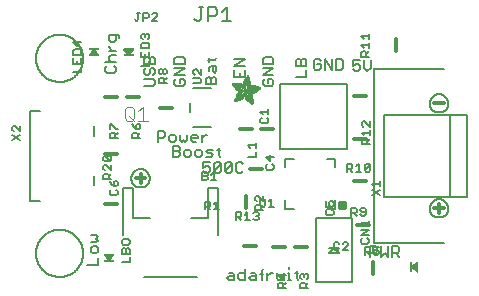
<source format=gbr>
G04 EAGLE Gerber RS-274X export*
G75*
%MOMM*%
%FSLAX34Y34*%
%LPD*%
%INSilkscreen Top*%
%IPPOS*%
%AMOC8*
5,1,8,0,0,1.08239X$1,22.5*%
G01*
%ADD10C,0.127000*%
%ADD11C,0.406400*%
%ADD12C,0.152400*%
%ADD13C,0.203200*%
%ADD14C,0.304800*%
%ADD15R,0.190500X0.889000*%
%ADD16R,0.889000X0.190500*%
%ADD17C,0.101600*%
%ADD18R,0.034300X0.003800*%
%ADD19R,0.057200X0.003800*%
%ADD20R,0.076200X0.003800*%
%ADD21R,0.091400X0.003800*%
%ADD22R,0.102900X0.003800*%
%ADD23R,0.114300X0.003900*%
%ADD24R,0.129500X0.003800*%
%ADD25R,0.137200X0.003800*%
%ADD26R,0.144800X0.003800*%
%ADD27R,0.152400X0.003800*%
%ADD28R,0.160000X0.003800*%
%ADD29R,0.171500X0.003800*%
%ADD30R,0.175300X0.003800*%
%ADD31R,0.182900X0.003800*%
%ADD32R,0.190500X0.003800*%
%ADD33R,0.194300X0.003900*%
%ADD34R,0.201900X0.003800*%
%ADD35R,0.209500X0.003800*%
%ADD36R,0.213400X0.003800*%
%ADD37R,0.221000X0.003800*%
%ADD38R,0.224800X0.003800*%
%ADD39R,0.232400X0.003800*%
%ADD40R,0.240000X0.003800*%
%ADD41R,0.243800X0.003800*%
%ADD42R,0.247600X0.003800*%
%ADD43R,0.255300X0.003900*%
%ADD44R,0.259100X0.003800*%
%ADD45R,0.262900X0.003800*%
%ADD46R,0.270500X0.003800*%
%ADD47R,0.274300X0.003800*%
%ADD48R,0.281900X0.003800*%
%ADD49R,0.285700X0.003800*%
%ADD50R,0.289500X0.003800*%
%ADD51R,0.297200X0.003800*%
%ADD52R,0.301000X0.003800*%
%ADD53R,0.304800X0.003900*%
%ADD54R,0.312400X0.003800*%
%ADD55R,0.316200X0.003800*%
%ADD56R,0.320000X0.003800*%
%ADD57R,0.327600X0.003800*%
%ADD58R,0.331500X0.003800*%
%ADD59R,0.339100X0.003800*%
%ADD60R,0.342900X0.003800*%
%ADD61R,0.346700X0.003800*%
%ADD62R,0.354300X0.003800*%
%ADD63R,0.358100X0.003900*%
%ADD64R,0.361900X0.003800*%
%ADD65R,0.369600X0.003800*%
%ADD66R,0.373400X0.003800*%
%ADD67R,0.377200X0.003800*%
%ADD68R,0.384800X0.003800*%
%ADD69R,0.388600X0.003800*%
%ADD70R,0.396200X0.003800*%
%ADD71R,0.400000X0.003800*%
%ADD72R,0.403800X0.003800*%
%ADD73R,0.411500X0.003900*%
%ADD74R,0.415300X0.003800*%
%ADD75R,0.419100X0.003800*%
%ADD76R,0.045700X0.003800*%
%ADD77R,0.426700X0.003800*%
%ADD78R,0.072400X0.003800*%
%ADD79R,0.430500X0.003800*%
%ADD80R,0.095300X0.003800*%
%ADD81R,0.438100X0.003800*%
%ADD82R,0.110500X0.003800*%
%ADD83R,0.441900X0.003800*%
%ADD84R,0.445800X0.003800*%
%ADD85R,0.144700X0.003800*%
%ADD86R,0.453400X0.003800*%
%ADD87R,0.457200X0.003800*%
%ADD88R,0.175300X0.003900*%
%ADD89R,0.461000X0.003900*%
%ADD90R,0.468600X0.003800*%
%ADD91R,0.205800X0.003800*%
%ADD92R,0.472400X0.003800*%
%ADD93R,0.217200X0.003800*%
%ADD94R,0.476200X0.003800*%
%ADD95R,0.483900X0.003800*%
%ADD96R,0.247700X0.003800*%
%ADD97R,0.487700X0.003800*%
%ADD98R,0.495300X0.003800*%
%ADD99R,0.499100X0.003800*%
%ADD100R,0.502900X0.003800*%
%ADD101R,0.510500X0.003800*%
%ADD102R,0.308600X0.003900*%
%ADD103R,0.514300X0.003900*%
%ADD104R,0.323800X0.003800*%
%ADD105R,0.518100X0.003800*%
%ADD106R,0.335300X0.003800*%
%ADD107R,0.525800X0.003800*%
%ADD108R,0.529600X0.003800*%
%ADD109R,0.358100X0.003800*%
%ADD110R,0.533400X0.003800*%
%ADD111R,0.537200X0.003800*%
%ADD112R,0.381000X0.003800*%
%ADD113R,0.544800X0.003800*%
%ADD114R,0.392400X0.003800*%
%ADD115R,0.548600X0.003800*%
%ADD116R,0.552400X0.003800*%
%ADD117R,0.556200X0.003800*%
%ADD118R,0.422900X0.003900*%
%ADD119R,0.560100X0.003900*%
%ADD120R,0.434300X0.003800*%
%ADD121R,0.563900X0.003800*%
%ADD122R,0.567700X0.003800*%
%ADD123R,0.461000X0.003800*%
%ADD124R,0.571500X0.003800*%
%ADD125R,0.575300X0.003800*%
%ADD126R,0.480100X0.003800*%
%ADD127R,0.579100X0.003800*%
%ADD128R,0.491500X0.003800*%
%ADD129R,0.582900X0.003800*%
%ADD130R,0.586700X0.003800*%
%ADD131R,0.510600X0.003800*%
%ADD132R,0.590500X0.003800*%
%ADD133R,0.522000X0.003800*%
%ADD134R,0.594300X0.003800*%
%ADD135R,0.533400X0.003900*%
%ADD136R,0.598200X0.003900*%
%ADD137R,0.541000X0.003800*%
%ADD138R,0.602000X0.003800*%
%ADD139R,0.552500X0.003800*%
%ADD140R,0.605800X0.003800*%
%ADD141R,0.560100X0.003800*%
%ADD142R,0.609600X0.003800*%
%ADD143R,0.613400X0.003800*%
%ADD144R,0.583000X0.003800*%
%ADD145R,0.617200X0.003800*%
%ADD146R,0.594400X0.003800*%
%ADD147R,0.621000X0.003800*%
%ADD148R,0.598200X0.003800*%
%ADD149R,0.624800X0.003800*%
%ADD150R,0.613500X0.003900*%
%ADD151R,0.628600X0.003900*%
%ADD152R,0.632400X0.003800*%
%ADD153R,0.628600X0.003800*%
%ADD154R,0.636300X0.003800*%
%ADD155R,0.640100X0.003800*%
%ADD156R,0.636200X0.003800*%
%ADD157R,0.643900X0.003800*%
%ADD158R,0.647700X0.003800*%
%ADD159R,0.651500X0.003800*%
%ADD160R,0.659100X0.003800*%
%ADD161R,0.659100X0.003900*%
%ADD162R,0.655300X0.003900*%
%ADD163R,0.662900X0.003800*%
%ADD164R,0.655300X0.003800*%
%ADD165R,0.670500X0.003800*%
%ADD166R,0.670600X0.003800*%
%ADD167R,0.674400X0.003800*%
%ADD168R,0.682000X0.003800*%
%ADD169R,0.666700X0.003800*%
%ADD170R,0.685800X0.003800*%
%ADD171R,0.689600X0.003800*%
%ADD172R,0.693400X0.003900*%
%ADD173R,0.674400X0.003900*%
%ADD174R,0.697200X0.003800*%
%ADD175R,0.678200X0.003800*%
%ADD176R,0.697300X0.003800*%
%ADD177R,0.701100X0.003800*%
%ADD178R,0.704900X0.003800*%
%ADD179R,0.708700X0.003800*%
%ADD180R,0.712500X0.003800*%
%ADD181R,0.716300X0.003800*%
%ADD182R,0.720100X0.003900*%
%ADD183R,0.689600X0.003900*%
%ADD184R,0.720000X0.003800*%
%ADD185R,0.693400X0.003800*%
%ADD186R,0.723900X0.003800*%
%ADD187R,0.727700X0.003800*%
%ADD188R,0.731500X0.003800*%
%ADD189R,0.701000X0.003800*%
%ADD190R,0.735300X0.003800*%
%ADD191R,0.731500X0.003900*%
%ADD192R,0.701000X0.003900*%
%ADD193R,0.704800X0.003800*%
%ADD194R,0.739100X0.003800*%
%ADD195R,0.743000X0.003800*%
%ADD196R,0.739200X0.003800*%
%ADD197R,0.743000X0.003900*%
%ADD198R,0.704800X0.003900*%
%ADD199R,0.746800X0.003800*%
%ADD200R,0.746800X0.003900*%
%ADD201R,0.742900X0.003800*%
%ADD202R,0.746700X0.003800*%
%ADD203R,0.746700X0.003900*%
%ADD204R,1.428800X0.003800*%
%ADD205R,1.424900X0.003800*%
%ADD206R,1.421100X0.003900*%
%ADD207R,1.421100X0.003800*%
%ADD208R,1.417300X0.003800*%
%ADD209R,1.413500X0.003800*%
%ADD210R,1.409700X0.003800*%
%ADD211R,1.405900X0.003800*%
%ADD212R,1.402100X0.003800*%
%ADD213R,1.398300X0.003800*%
%ADD214R,0.983000X0.003900*%
%ADD215R,0.384800X0.003900*%
%ADD216R,0.971600X0.003800*%
%ADD217R,0.963900X0.003800*%
%ADD218R,0.956300X0.003800*%
%ADD219R,0.365800X0.003800*%
%ADD220R,0.952500X0.003800*%
%ADD221R,0.941000X0.003800*%
%ADD222R,0.358200X0.003800*%
%ADD223R,0.937200X0.003800*%
%ADD224R,0.933400X0.003800*%
%ADD225R,0.354400X0.003800*%
%ADD226R,0.925800X0.003800*%
%ADD227R,0.350500X0.003800*%
%ADD228R,0.922000X0.003800*%
%ADD229R,0.918200X0.003900*%
%ADD230R,0.346700X0.003900*%
%ADD231R,0.910600X0.003800*%
%ADD232R,0.906800X0.003800*%
%ADD233R,0.903000X0.003800*%
%ADD234R,0.339000X0.003800*%
%ADD235R,0.895300X0.003800*%
%ADD236R,0.335200X0.003800*%
%ADD237R,0.887700X0.003800*%
%ADD238R,0.883900X0.003800*%
%ADD239R,0.331400X0.003800*%
%ADD240R,0.880100X0.003800*%
%ADD241R,0.876300X0.003800*%
%ADD242R,0.468600X0.003900*%
%ADD243R,0.396200X0.003900*%
%ADD244R,0.323800X0.003900*%
%ADD245R,0.449600X0.003800*%
%ADD246R,0.323900X0.003800*%
%ADD247R,0.442000X0.003800*%
%ADD248R,0.434400X0.003800*%
%ADD249R,0.320100X0.003800*%
%ADD250R,0.316300X0.003800*%
%ADD251R,0.426800X0.003800*%
%ADD252R,0.327700X0.003800*%
%ADD253R,0.312500X0.003800*%
%ADD254R,0.422900X0.003800*%
%ADD255R,0.308600X0.003800*%
%ADD256R,0.293400X0.003800*%
%ADD257R,0.304800X0.003800*%
%ADD258R,0.419100X0.003900*%
%ADD259R,0.285700X0.003900*%
%ADD260R,0.301000X0.003900*%
%ADD261R,0.411500X0.003800*%
%ADD262R,0.407700X0.003800*%
%ADD263R,0.289600X0.003800*%
%ADD264R,0.285800X0.003800*%
%ADD265R,0.403900X0.003800*%
%ADD266R,0.228600X0.003800*%
%ADD267R,0.403900X0.003900*%
%ADD268R,0.221000X0.003900*%
%ADD269R,0.278100X0.003900*%
%ADD270R,0.400100X0.003800*%
%ADD271R,0.209600X0.003800*%
%ADD272R,0.266700X0.003800*%
%ADD273R,0.038100X0.003800*%
%ADD274R,0.194300X0.003800*%
%ADD275R,0.148600X0.003800*%
%ADD276R,0.259000X0.003800*%
%ADD277R,0.182800X0.003800*%
%ADD278R,0.186700X0.003800*%
%ADD279R,0.251400X0.003800*%
%ADD280R,0.179100X0.003800*%
%ADD281R,0.236200X0.003800*%
%ADD282R,0.243900X0.003900*%
%ADD283R,0.282000X0.003900*%
%ADD284R,0.167700X0.003800*%
%ADD285R,0.236300X0.003800*%
%ADD286R,0.396300X0.003800*%
%ADD287R,0.163900X0.003800*%
%ADD288R,0.392500X0.003800*%
%ADD289R,0.160100X0.003800*%
%ADD290R,0.586800X0.003800*%
%ADD291R,0.148500X0.003800*%
%ADD292R,0.140900X0.003800*%
%ADD293R,0.392400X0.003900*%
%ADD294R,0.140900X0.003900*%
%ADD295R,0.647700X0.003900*%
%ADD296R,0.133300X0.003800*%
%ADD297R,0.674300X0.003800*%
%ADD298R,0.388700X0.003800*%
%ADD299R,0.125700X0.003800*%
%ADD300R,0.121900X0.003800*%
%ADD301R,0.720100X0.003800*%
%ADD302R,0.118100X0.003800*%
%ADD303R,0.118100X0.003900*%
%ADD304R,0.739100X0.003900*%
%ADD305R,0.114300X0.003800*%
%ADD306R,0.754400X0.003800*%
%ADD307R,0.765800X0.003800*%
%ADD308R,0.773400X0.003800*%
%ADD309R,0.784800X0.003800*%
%ADD310R,0.118200X0.003800*%
%ADD311R,0.792500X0.003800*%
%ADD312R,0.803900X0.003800*%
%ADD313R,0.122000X0.003800*%
%ADD314R,0.815400X0.003800*%
%ADD315R,0.125800X0.003800*%
%ADD316R,0.826800X0.003800*%
%ADD317R,0.369500X0.003900*%
%ADD318R,0.133400X0.003900*%
%ADD319R,0.842000X0.003900*%
%ADD320R,0.365700X0.003800*%
%ADD321R,1.009700X0.003800*%
%ADD322R,1.013500X0.003800*%
%ADD323R,0.362000X0.003800*%
%ADD324R,1.024900X0.003800*%
%ADD325R,1.028700X0.003800*%
%ADD326R,1.036300X0.003800*%
%ADD327R,1.047800X0.003800*%
%ADD328R,1.055400X0.003800*%
%ADD329R,1.070600X0.003800*%
%ADD330R,0.030500X0.003800*%
%ADD331R,1.436400X0.003800*%
%ADD332R,1.562100X0.003900*%
%ADD333R,1.588700X0.003800*%
%ADD334R,1.607800X0.003800*%
%ADD335R,1.626900X0.003800*%
%ADD336R,1.642100X0.003800*%
%ADD337R,1.657400X0.003800*%
%ADD338R,1.676400X0.003800*%
%ADD339R,1.687800X0.003800*%
%ADD340R,1.703000X0.003800*%
%ADD341R,1.714500X0.003800*%
%ADD342R,1.726000X0.003900*%
%ADD343R,1.741200X0.003800*%
%ADD344R,0.914400X0.003800*%
%ADD345R,0.769600X0.003800*%
%ADD346R,0.884000X0.003800*%
%ADD347R,0.712400X0.003800*%
%ADD348R,0.880100X0.003900*%
%ADD349R,0.887800X0.003800*%
%ADD350R,0.891600X0.003800*%
%ADD351R,0.895400X0.003800*%
%ADD352R,0.251500X0.003800*%
%ADD353R,0.579200X0.003900*%
%ADD354R,0.243900X0.003800*%
%ADD355R,0.556300X0.003800*%
%ADD356R,0.255200X0.003800*%
%ADD357R,0.529500X0.003800*%
%ADD358R,0.731600X0.003800*%
%ADD359R,0.525800X0.003900*%
%ADD360R,0.281900X0.003900*%
%ADD361R,0.735400X0.003900*%
%ADD362R,0.300900X0.003800*%
%ADD363R,0.762000X0.003800*%
%ADD364R,0.518200X0.003800*%
%ADD365R,0.350600X0.003800*%
%ADD366R,0.796300X0.003800*%
%ADD367R,0.807800X0.003800*%
%ADD368R,0.506700X0.003800*%
%ADD369R,0.849600X0.003800*%
%ADD370R,0.506700X0.003900*%
%ADD371R,1.371600X0.003900*%
%ADD372R,1.207800X0.003800*%
%ADD373R,0.503000X0.003800*%
%ADD374R,0.141000X0.003800*%
%ADD375R,1.203900X0.003800*%
%ADD376R,1.204000X0.003800*%
%ADD377R,1.200200X0.003800*%
%ADD378R,0.499100X0.003900*%
%ADD379R,0.156200X0.003900*%
%ADD380R,1.196400X0.003900*%
%ADD381R,1.196400X0.003800*%
%ADD382R,0.163800X0.003800*%
%ADD383R,0.167600X0.003800*%
%ADD384R,1.192500X0.003800*%
%ADD385R,0.499200X0.003800*%
%ADD386R,1.188700X0.003800*%
%ADD387R,0.506800X0.003800*%
%ADD388R,1.184900X0.003800*%
%ADD389R,0.510600X0.003900*%
%ADD390R,0.209600X0.003900*%
%ADD391R,1.181100X0.003900*%
%ADD392R,0.514400X0.003800*%
%ADD393R,1.181100X0.003800*%
%ADD394R,1.177300X0.003800*%
%ADD395R,0.240100X0.003800*%
%ADD396R,1.173500X0.003800*%
%ADD397R,1.169700X0.003800*%
%ADD398R,1.165900X0.003800*%
%ADD399R,1.162100X0.003800*%
%ADD400R,0.929700X0.003900*%
%ADD401R,1.162100X0.003900*%
%ADD402R,0.929700X0.003800*%
%ADD403R,1.154500X0.003800*%
%ADD404R,0.933500X0.003800*%
%ADD405R,1.150600X0.003800*%
%ADD406R,0.937300X0.003800*%
%ADD407R,1.146800X0.003800*%
%ADD408R,0.941100X0.003800*%
%ADD409R,1.139200X0.003800*%
%ADD410R,0.944900X0.003800*%
%ADD411R,1.135400X0.003800*%
%ADD412R,0.948700X0.003800*%
%ADD413R,1.127800X0.003800*%
%ADD414R,1.124000X0.003800*%
%ADD415R,1.116400X0.003800*%
%ADD416R,0.956300X0.003900*%
%ADD417R,1.104900X0.003900*%
%ADD418R,0.960100X0.003800*%
%ADD419R,1.093500X0.003800*%
%ADD420R,1.085900X0.003800*%
%ADD421R,0.967800X0.003800*%
%ADD422R,1.074500X0.003800*%
%ADD423R,1.063000X0.003800*%
%ADD424R,0.975400X0.003800*%
%ADD425R,1.036400X0.003800*%
%ADD426R,0.979200X0.003800*%
%ADD427R,1.021000X0.003800*%
%ADD428R,0.983000X0.003800*%
%ADD429R,1.009600X0.003800*%
%ADD430R,0.986800X0.003800*%
%ADD431R,0.998200X0.003800*%
%ADD432R,0.990600X0.003900*%
%ADD433R,0.986700X0.003900*%
%ADD434R,0.994400X0.003800*%
%ADD435R,0.975300X0.003800*%
%ADD436R,0.948600X0.003800*%
%ADD437R,1.002000X0.003800*%
%ADD438R,0.213300X0.003800*%
%ADD439R,0.217100X0.003800*%
%ADD440R,1.017300X0.003800*%
%ADD441R,0.666800X0.003800*%
%ADD442R,0.220900X0.003800*%
%ADD443R,1.028700X0.003900*%
%ADD444R,0.224700X0.003900*%
%ADD445R,1.032500X0.003800*%
%ADD446R,1.040100X0.003800*%
%ADD447R,1.043900X0.003800*%
%ADD448R,0.548700X0.003800*%
%ADD449R,1.051500X0.003800*%
%ADD450R,1.055300X0.003800*%
%ADD451R,1.059100X0.003800*%
%ADD452R,1.062900X0.003800*%
%ADD453R,0.255300X0.003800*%
%ADD454R,1.066800X0.003900*%
%ADD455R,0.259100X0.003900*%
%ADD456R,0.457200X0.003900*%
%ADD457R,0.423000X0.003800*%
%ADD458R,1.082100X0.003800*%
%ADD459R,0.274400X0.003800*%
%ADD460R,0.278200X0.003800*%
%ADD461R,1.101100X0.003800*%
%ADD462R,0.278100X0.003800*%
%ADD463R,0.876300X0.003900*%
%ADD464R,0.236200X0.003900*%
%ADD465R,0.289600X0.003900*%
%ADD466R,0.247700X0.003900*%
%ADD467R,0.049500X0.003800*%
%ADD468R,0.640100X0.003900*%
%ADD469R,0.659200X0.003800*%
%ADD470R,0.663000X0.003800*%
%ADD471R,0.872500X0.003900*%
%ADD472R,0.666800X0.003900*%
%ADD473R,0.872500X0.003800*%
%ADD474R,0.868700X0.003800*%
%ADD475R,0.864900X0.003800*%
%ADD476R,0.861100X0.003800*%
%ADD477R,0.857300X0.003800*%
%ADD478R,0.853400X0.003800*%
%ADD479R,0.845800X0.003800*%
%ADD480R,0.682000X0.003900*%
%ADD481R,0.842000X0.003800*%
%ADD482R,0.834400X0.003800*%
%ADD483R,0.823000X0.003800*%
%ADD484R,0.815300X0.003800*%
%ADD485R,0.811500X0.003800*%
%ADD486R,0.788700X0.003800*%
%ADD487R,0.777300X0.003900*%
%ADD488R,0.750600X0.003800*%
%ADD489R,0.735400X0.003800*%
%ADD490R,0.727800X0.003800*%
%ADD491R,0.628700X0.003800*%
%ADD492R,0.575400X0.003800*%
%ADD493R,0.670600X0.003900*%
%ADD494R,0.655400X0.003800*%
%ADD495R,0.651500X0.003900*%
%ADD496R,0.624800X0.003900*%
%ADD497R,0.594400X0.003900*%
%ADD498R,0.563900X0.003900*%
%ADD499R,0.541100X0.003800*%
%ADD500R,0.537300X0.003800*%
%ADD501R,0.525700X0.003800*%
%ADD502R,0.525700X0.003900*%
%ADD503R,0.514300X0.003800*%
%ADD504R,0.480100X0.003900*%
%ADD505R,0.464800X0.003800*%
%ADD506R,0.442000X0.003900*%
%ADD507R,0.438200X0.003800*%
%ADD508R,0.430600X0.003800*%
%ADD509R,0.407600X0.003800*%
%ADD510R,0.403800X0.003900*%
%ADD511R,0.365700X0.003900*%
%ADD512R,0.327700X0.003900*%
%ADD513R,0.243800X0.003900*%
%ADD514R,0.205800X0.003900*%
%ADD515R,0.198100X0.003800*%
%ADD516R,0.163800X0.003900*%
%ADD517R,0.137100X0.003800*%
%ADD518R,0.091500X0.003900*%
%ADD519R,0.060900X0.003800*%

G36*
X328272Y9082D02*
X328272Y9082D01*
X328289Y9080D01*
X328392Y9102D01*
X328497Y9120D01*
X328512Y9128D01*
X328530Y9132D01*
X328620Y9186D01*
X328714Y9236D01*
X328726Y9249D01*
X328741Y9258D01*
X328810Y9338D01*
X328882Y9415D01*
X328889Y9432D01*
X328901Y9445D01*
X328940Y9543D01*
X328984Y9639D01*
X328986Y9657D01*
X328993Y9673D01*
X329011Y9840D01*
X329011Y17460D01*
X329009Y17477D01*
X329010Y17492D01*
X329010Y17495D01*
X328989Y17599D01*
X328972Y17703D01*
X328963Y17718D01*
X328960Y17736D01*
X328906Y17827D01*
X328856Y17920D01*
X328844Y17932D01*
X328835Y17948D01*
X328755Y18017D01*
X328678Y18090D01*
X328662Y18097D01*
X328648Y18109D01*
X328551Y18149D01*
X328455Y18193D01*
X328437Y18195D01*
X328421Y18202D01*
X328315Y18209D01*
X328211Y18220D01*
X328193Y18216D01*
X328175Y18218D01*
X328073Y18190D01*
X328000Y18174D01*
X327997Y18174D01*
X327970Y18168D01*
X327955Y18159D01*
X327938Y18154D01*
X327793Y18069D01*
X322713Y14259D01*
X322710Y14256D01*
X322707Y14254D01*
X322625Y14167D01*
X322543Y14082D01*
X322541Y14078D01*
X322538Y14075D01*
X322488Y13966D01*
X322438Y13859D01*
X322438Y13855D01*
X322436Y13851D01*
X322423Y13733D01*
X322410Y13615D01*
X322410Y13611D01*
X322410Y13606D01*
X322436Y13490D01*
X322461Y13374D01*
X322463Y13370D01*
X322464Y13366D01*
X322525Y13264D01*
X322586Y13162D01*
X322589Y13159D01*
X322591Y13156D01*
X322713Y13041D01*
X327793Y9231D01*
X327809Y9223D01*
X327822Y9211D01*
X327918Y9166D01*
X328011Y9117D01*
X328029Y9114D01*
X328045Y9107D01*
X328150Y9095D01*
X328254Y9079D01*
X328272Y9082D01*
G37*
G36*
X83859Y192280D02*
X83859Y192280D01*
X83864Y192280D01*
X83980Y192306D01*
X84096Y192331D01*
X84100Y192333D01*
X84104Y192334D01*
X84206Y192395D01*
X84308Y192456D01*
X84311Y192459D01*
X84314Y192461D01*
X84429Y192583D01*
X88239Y197663D01*
X88247Y197679D01*
X88260Y197692D01*
X88304Y197788D01*
X88353Y197881D01*
X88356Y197899D01*
X88363Y197915D01*
X88375Y198020D01*
X88391Y198124D01*
X88388Y198142D01*
X88390Y198159D01*
X88368Y198262D01*
X88350Y198367D01*
X88342Y198382D01*
X88338Y198400D01*
X88284Y198490D01*
X88234Y198584D01*
X88221Y198596D01*
X88212Y198611D01*
X88132Y198680D01*
X88055Y198752D01*
X88038Y198759D01*
X88025Y198771D01*
X87927Y198810D01*
X87831Y198854D01*
X87813Y198856D01*
X87797Y198863D01*
X87630Y198881D01*
X80010Y198881D01*
X79992Y198878D01*
X79975Y198880D01*
X79871Y198859D01*
X79767Y198842D01*
X79752Y198833D01*
X79734Y198830D01*
X79643Y198776D01*
X79550Y198726D01*
X79538Y198714D01*
X79522Y198705D01*
X79453Y198625D01*
X79381Y198548D01*
X79373Y198532D01*
X79361Y198518D01*
X79321Y198421D01*
X79277Y198325D01*
X79275Y198307D01*
X79268Y198291D01*
X79261Y198185D01*
X79250Y198081D01*
X79254Y198063D01*
X79252Y198045D01*
X79280Y197943D01*
X79302Y197840D01*
X79311Y197825D01*
X79316Y197808D01*
X79401Y197663D01*
X83211Y192583D01*
X83214Y192580D01*
X83216Y192577D01*
X83303Y192495D01*
X83388Y192413D01*
X83392Y192411D01*
X83395Y192408D01*
X83504Y192358D01*
X83611Y192308D01*
X83615Y192308D01*
X83619Y192306D01*
X83737Y192293D01*
X83855Y192280D01*
X83859Y192280D01*
G37*
G36*
X58438Y192282D02*
X58438Y192282D01*
X58455Y192280D01*
X58559Y192301D01*
X58663Y192319D01*
X58678Y192327D01*
X58696Y192331D01*
X58787Y192384D01*
X58880Y192434D01*
X58892Y192446D01*
X58908Y192456D01*
X58977Y192535D01*
X59050Y192612D01*
X59057Y192628D01*
X59069Y192642D01*
X59109Y192739D01*
X59153Y192835D01*
X59155Y192853D01*
X59162Y192869D01*
X59169Y192975D01*
X59180Y193079D01*
X59176Y193097D01*
X59178Y193115D01*
X59150Y193217D01*
X59128Y193320D01*
X59119Y193335D01*
X59114Y193352D01*
X59029Y193497D01*
X55219Y198577D01*
X55216Y198580D01*
X55214Y198584D01*
X55127Y198665D01*
X55042Y198747D01*
X55038Y198749D01*
X55035Y198752D01*
X54926Y198802D01*
X54819Y198852D01*
X54815Y198852D01*
X54811Y198854D01*
X54693Y198867D01*
X54575Y198880D01*
X54571Y198880D01*
X54566Y198880D01*
X54450Y198854D01*
X54334Y198830D01*
X54330Y198827D01*
X54326Y198826D01*
X54224Y198765D01*
X54122Y198705D01*
X54119Y198701D01*
X54116Y198699D01*
X54001Y198577D01*
X50191Y193497D01*
X50183Y193481D01*
X50171Y193468D01*
X50126Y193372D01*
X50077Y193279D01*
X50074Y193261D01*
X50067Y193245D01*
X50055Y193140D01*
X50039Y193036D01*
X50042Y193018D01*
X50040Y193001D01*
X50062Y192898D01*
X50080Y192793D01*
X50088Y192778D01*
X50092Y192760D01*
X50146Y192670D01*
X50196Y192577D01*
X50209Y192564D01*
X50218Y192549D01*
X50298Y192480D01*
X50375Y192408D01*
X50392Y192401D01*
X50405Y192389D01*
X50503Y192350D01*
X50599Y192306D01*
X50617Y192304D01*
X50633Y192297D01*
X50800Y192279D01*
X58420Y192279D01*
X58438Y192282D01*
G37*
G36*
X67349Y18290D02*
X67349Y18290D01*
X67354Y18290D01*
X67470Y18316D01*
X67586Y18341D01*
X67590Y18343D01*
X67594Y18344D01*
X67696Y18405D01*
X67798Y18466D01*
X67801Y18469D01*
X67804Y18471D01*
X67919Y18593D01*
X71729Y23673D01*
X71737Y23689D01*
X71750Y23702D01*
X71794Y23798D01*
X71843Y23891D01*
X71846Y23909D01*
X71853Y23925D01*
X71865Y24030D01*
X71881Y24134D01*
X71878Y24152D01*
X71880Y24169D01*
X71858Y24272D01*
X71840Y24377D01*
X71832Y24392D01*
X71828Y24410D01*
X71774Y24500D01*
X71724Y24594D01*
X71711Y24606D01*
X71702Y24621D01*
X71622Y24690D01*
X71545Y24762D01*
X71528Y24769D01*
X71515Y24781D01*
X71417Y24820D01*
X71321Y24864D01*
X71303Y24866D01*
X71287Y24873D01*
X71120Y24891D01*
X63500Y24891D01*
X63482Y24888D01*
X63465Y24890D01*
X63361Y24869D01*
X63257Y24852D01*
X63242Y24843D01*
X63224Y24840D01*
X63133Y24786D01*
X63040Y24736D01*
X63028Y24724D01*
X63012Y24715D01*
X62943Y24635D01*
X62871Y24558D01*
X62863Y24542D01*
X62851Y24528D01*
X62811Y24431D01*
X62767Y24335D01*
X62765Y24317D01*
X62758Y24301D01*
X62751Y24195D01*
X62740Y24091D01*
X62744Y24073D01*
X62742Y24055D01*
X62770Y23953D01*
X62792Y23850D01*
X62801Y23835D01*
X62806Y23818D01*
X62891Y23673D01*
X66701Y18593D01*
X66704Y18590D01*
X66706Y18587D01*
X66793Y18505D01*
X66878Y18423D01*
X66882Y18421D01*
X66885Y18418D01*
X66994Y18368D01*
X67101Y18318D01*
X67105Y18318D01*
X67109Y18316D01*
X67227Y18303D01*
X67345Y18290D01*
X67349Y18290D01*
G37*
D10*
X288542Y22595D02*
X288542Y31493D01*
X292991Y31493D01*
X294474Y30010D01*
X294474Y27044D01*
X292991Y25561D01*
X288542Y25561D01*
X297897Y22595D02*
X297897Y31493D01*
X300863Y25561D02*
X297897Y22595D01*
X300863Y25561D02*
X303829Y22595D01*
X303829Y31493D01*
X307253Y31493D02*
X307253Y22595D01*
X307253Y31493D02*
X311701Y31493D01*
X313184Y30010D01*
X313184Y27044D01*
X311701Y25561D01*
X307253Y25561D01*
X310218Y25561D02*
X313184Y22595D01*
X158115Y168728D02*
X149217Y168728D01*
X149217Y173177D01*
X150700Y174660D01*
X152183Y174660D01*
X153666Y173177D01*
X155149Y174660D01*
X156632Y174660D01*
X158115Y173177D01*
X158115Y168728D01*
X153666Y168728D02*
X153666Y173177D01*
X152183Y179566D02*
X152183Y182532D01*
X153666Y184015D01*
X158115Y184015D01*
X158115Y179566D01*
X156632Y178083D01*
X155149Y179566D01*
X155149Y184015D01*
X156632Y188921D02*
X150700Y188921D01*
X156632Y188921D02*
X158115Y190404D01*
X152183Y190404D02*
X152183Y187438D01*
X197477Y171328D02*
X198960Y172811D01*
X197477Y171328D02*
X197477Y168362D01*
X198960Y166879D01*
X204892Y166879D01*
X206375Y168362D01*
X206375Y171328D01*
X204892Y172811D01*
X201926Y172811D01*
X201926Y169845D01*
X206375Y176235D02*
X197477Y176235D01*
X206375Y182166D01*
X197477Y182166D01*
X197477Y185590D02*
X206375Y185590D01*
X206375Y190039D01*
X204892Y191522D01*
X198960Y191522D01*
X197477Y190039D01*
X197477Y185590D01*
X173347Y180896D02*
X173347Y174965D01*
X182245Y174965D01*
X182245Y180896D01*
X177796Y177930D02*
X177796Y174965D01*
X182245Y184320D02*
X173347Y184320D01*
X182245Y190252D01*
X173347Y190252D01*
X225417Y174965D02*
X234315Y174965D01*
X234315Y180896D01*
X234315Y184320D02*
X225417Y184320D01*
X225417Y188769D01*
X226900Y190252D01*
X228383Y190252D01*
X229866Y188769D01*
X231349Y190252D01*
X232832Y190252D01*
X234315Y188769D01*
X234315Y184320D01*
X229866Y184320D02*
X229866Y188769D01*
X244988Y189873D02*
X246471Y188390D01*
X244988Y189873D02*
X242022Y189873D01*
X240539Y188390D01*
X240539Y182458D01*
X242022Y180975D01*
X244988Y180975D01*
X246471Y182458D01*
X246471Y185424D01*
X243505Y185424D01*
X249895Y180975D02*
X249895Y189873D01*
X255826Y180975D01*
X255826Y189873D01*
X259250Y189873D02*
X259250Y180975D01*
X263699Y180975D01*
X265182Y182458D01*
X265182Y188390D01*
X263699Y189873D01*
X259250Y189873D01*
X273685Y188603D02*
X279617Y188603D01*
X273685Y188603D02*
X273685Y184154D01*
X276651Y185637D01*
X278134Y185637D01*
X279617Y184154D01*
X279617Y181188D01*
X278134Y179705D01*
X275168Y179705D01*
X273685Y181188D01*
X283040Y182671D02*
X283040Y188603D01*
X283040Y182671D02*
X286006Y179705D01*
X288972Y182671D01*
X288972Y188603D01*
X108585Y128913D02*
X108585Y120015D01*
X108585Y128913D02*
X113034Y128913D01*
X114517Y127430D01*
X114517Y124464D01*
X113034Y122981D01*
X108585Y122981D01*
X119423Y120015D02*
X122389Y120015D01*
X123872Y121498D01*
X123872Y124464D01*
X122389Y125947D01*
X119423Y125947D01*
X117940Y124464D01*
X117940Y121498D01*
X119423Y120015D01*
X127295Y121498D02*
X127295Y125947D01*
X127295Y121498D02*
X128778Y120015D01*
X130261Y121498D01*
X131744Y120015D01*
X133227Y121498D01*
X133227Y125947D01*
X138133Y120015D02*
X141099Y120015D01*
X138133Y120015D02*
X136651Y121498D01*
X136651Y124464D01*
X138133Y125947D01*
X141099Y125947D01*
X142582Y124464D01*
X142582Y122981D01*
X136651Y122981D01*
X146006Y120015D02*
X146006Y125947D01*
X146006Y122981D02*
X148972Y125947D01*
X150455Y125947D01*
X168488Y9107D02*
X171454Y9107D01*
X172937Y7624D01*
X172937Y3175D01*
X168488Y3175D01*
X167005Y4658D01*
X168488Y6141D01*
X172937Y6141D01*
X182292Y3175D02*
X182292Y12073D01*
X182292Y3175D02*
X177843Y3175D01*
X176360Y4658D01*
X176360Y7624D01*
X177843Y9107D01*
X182292Y9107D01*
X187198Y9107D02*
X190164Y9107D01*
X191647Y7624D01*
X191647Y3175D01*
X187198Y3175D01*
X185715Y4658D01*
X187198Y6141D01*
X191647Y6141D01*
X196553Y3175D02*
X196553Y10590D01*
X198036Y12073D01*
X198036Y7624D02*
X195071Y7624D01*
X201307Y9107D02*
X201307Y3175D01*
X201307Y6141D02*
X204273Y9107D01*
X205756Y9107D01*
X209103Y9107D02*
X209103Y4658D01*
X210586Y3175D01*
X215035Y3175D01*
X215035Y9107D01*
X218459Y9107D02*
X219941Y9107D01*
X219941Y3175D01*
X218459Y3175D02*
X221424Y3175D01*
X219941Y12073D02*
X219941Y13556D01*
X226178Y10590D02*
X226178Y4658D01*
X227661Y3175D01*
X227661Y9107D02*
X224695Y9107D01*
X152617Y102243D02*
X146685Y102243D01*
X146685Y97794D01*
X149651Y99277D01*
X151134Y99277D01*
X152617Y97794D01*
X152617Y94828D01*
X151134Y93345D01*
X148168Y93345D01*
X146685Y94828D01*
X156040Y94828D02*
X156040Y100760D01*
X157523Y102243D01*
X160489Y102243D01*
X161972Y100760D01*
X161972Y94828D01*
X160489Y93345D01*
X157523Y93345D01*
X156040Y94828D01*
X161972Y100760D01*
X165395Y100760D02*
X165395Y94828D01*
X165395Y100760D02*
X166878Y102243D01*
X169844Y102243D01*
X171327Y100760D01*
X171327Y94828D01*
X169844Y93345D01*
X166878Y93345D01*
X165395Y94828D01*
X171327Y100760D01*
X179199Y102243D02*
X180682Y100760D01*
X179199Y102243D02*
X176233Y102243D01*
X174751Y100760D01*
X174751Y94828D01*
X176233Y93345D01*
X179199Y93345D01*
X180682Y94828D01*
X122547Y171328D02*
X124030Y172811D01*
X122547Y171328D02*
X122547Y168362D01*
X124030Y166879D01*
X129962Y166879D01*
X131445Y168362D01*
X131445Y171328D01*
X129962Y172811D01*
X126996Y172811D01*
X126996Y169845D01*
X131445Y176235D02*
X122547Y176235D01*
X131445Y182166D01*
X122547Y182166D01*
X122547Y185590D02*
X131445Y185590D01*
X131445Y190039D01*
X129962Y191522D01*
X124030Y191522D01*
X122547Y190039D01*
X122547Y185590D01*
X104562Y166879D02*
X97147Y166879D01*
X104562Y166879D02*
X106045Y168362D01*
X106045Y171328D01*
X104562Y172811D01*
X97147Y172811D01*
X97147Y180683D02*
X98630Y182166D01*
X97147Y180683D02*
X97147Y177718D01*
X98630Y176235D01*
X100113Y176235D01*
X101596Y177718D01*
X101596Y180683D01*
X103079Y182166D01*
X104562Y182166D01*
X106045Y180683D01*
X106045Y177718D01*
X104562Y176235D01*
X106045Y185590D02*
X97147Y185590D01*
X97147Y190039D01*
X98630Y191522D01*
X100113Y191522D01*
X101596Y190039D01*
X103079Y191522D01*
X104562Y191522D01*
X106045Y190039D01*
X106045Y185590D01*
X101596Y185590D02*
X101596Y190039D01*
X65610Y184065D02*
X64127Y182582D01*
X64127Y179616D01*
X65610Y178133D01*
X71542Y178133D01*
X73025Y179616D01*
X73025Y182582D01*
X71542Y184065D01*
X73025Y187489D02*
X64127Y187489D01*
X67093Y188972D02*
X68576Y187489D01*
X67093Y188972D02*
X67093Y191937D01*
X68576Y193420D01*
X73025Y193420D01*
X73025Y196844D02*
X67093Y196844D01*
X70059Y196844D02*
X67093Y199810D01*
X67093Y201293D01*
X75991Y207606D02*
X75991Y209089D01*
X74508Y210572D01*
X67093Y210572D01*
X67093Y206123D01*
X68576Y204640D01*
X71542Y204640D01*
X73025Y206123D01*
X73025Y210572D01*
X121285Y116213D02*
X121285Y107315D01*
X121285Y116213D02*
X125734Y116213D01*
X127217Y114730D01*
X127217Y113247D01*
X125734Y111764D01*
X127217Y110281D01*
X127217Y108798D01*
X125734Y107315D01*
X121285Y107315D01*
X121285Y111764D02*
X125734Y111764D01*
X132123Y107315D02*
X135089Y107315D01*
X136572Y108798D01*
X136572Y111764D01*
X135089Y113247D01*
X132123Y113247D01*
X130640Y111764D01*
X130640Y108798D01*
X132123Y107315D01*
X141478Y107315D02*
X144444Y107315D01*
X145927Y108798D01*
X145927Y111764D01*
X144444Y113247D01*
X141478Y113247D01*
X139995Y111764D01*
X139995Y108798D01*
X141478Y107315D01*
X149351Y107315D02*
X153799Y107315D01*
X155282Y108798D01*
X153799Y110281D01*
X150833Y110281D01*
X149351Y111764D01*
X150833Y113247D01*
X155282Y113247D01*
X160189Y114730D02*
X160189Y108798D01*
X161672Y107315D01*
X161672Y113247D02*
X158706Y113247D01*
X57785Y15875D02*
X48887Y15875D01*
X57785Y15875D02*
X57785Y21807D01*
X57785Y26713D02*
X57785Y29679D01*
X56302Y31162D01*
X53336Y31162D01*
X51853Y29679D01*
X51853Y26713D01*
X53336Y25230D01*
X56302Y25230D01*
X57785Y26713D01*
X56302Y34585D02*
X51853Y34585D01*
X56302Y34585D02*
X57785Y36068D01*
X56302Y37551D01*
X57785Y39034D01*
X56302Y40517D01*
X51853Y40517D01*
X251630Y63280D02*
X258630Y63280D01*
X258630Y70280D01*
X223630Y63280D02*
X216630Y63280D01*
X216630Y70280D01*
X258630Y98280D02*
X258630Y105280D01*
X251630Y105280D01*
X216630Y105280D02*
X216630Y98280D01*
X216630Y105280D02*
X223630Y105280D01*
D11*
X262630Y66280D02*
X262632Y66369D01*
X262638Y66458D01*
X262648Y66547D01*
X262662Y66635D01*
X262679Y66722D01*
X262701Y66808D01*
X262727Y66894D01*
X262756Y66978D01*
X262789Y67061D01*
X262825Y67142D01*
X262866Y67222D01*
X262909Y67299D01*
X262956Y67375D01*
X263007Y67448D01*
X263060Y67519D01*
X263117Y67588D01*
X263177Y67654D01*
X263240Y67718D01*
X263305Y67778D01*
X263373Y67836D01*
X263444Y67890D01*
X263517Y67941D01*
X263592Y67989D01*
X263669Y68034D01*
X263748Y68075D01*
X263829Y68112D01*
X263911Y68146D01*
X263995Y68177D01*
X264080Y68203D01*
X264166Y68226D01*
X264253Y68244D01*
X264341Y68259D01*
X264430Y68270D01*
X264519Y68277D01*
X264608Y68280D01*
X264697Y68279D01*
X264786Y68274D01*
X264874Y68265D01*
X264963Y68252D01*
X265050Y68235D01*
X265137Y68215D01*
X265223Y68190D01*
X265307Y68162D01*
X265390Y68130D01*
X265472Y68094D01*
X265552Y68055D01*
X265630Y68012D01*
X265706Y67966D01*
X265780Y67916D01*
X265852Y67863D01*
X265921Y67807D01*
X265988Y67748D01*
X266052Y67686D01*
X266113Y67622D01*
X266172Y67554D01*
X266227Y67484D01*
X266279Y67412D01*
X266328Y67337D01*
X266373Y67261D01*
X266415Y67182D01*
X266453Y67102D01*
X266488Y67020D01*
X266519Y66936D01*
X266547Y66851D01*
X266570Y66765D01*
X266590Y66678D01*
X266606Y66591D01*
X266618Y66502D01*
X266626Y66414D01*
X266630Y66325D01*
X266630Y66235D01*
X266626Y66146D01*
X266618Y66058D01*
X266606Y65969D01*
X266590Y65882D01*
X266570Y65795D01*
X266547Y65709D01*
X266519Y65624D01*
X266488Y65540D01*
X266453Y65458D01*
X266415Y65378D01*
X266373Y65299D01*
X266328Y65223D01*
X266279Y65148D01*
X266227Y65076D01*
X266172Y65006D01*
X266113Y64938D01*
X266052Y64874D01*
X265988Y64812D01*
X265921Y64753D01*
X265852Y64697D01*
X265780Y64644D01*
X265706Y64594D01*
X265630Y64548D01*
X265552Y64505D01*
X265472Y64466D01*
X265390Y64430D01*
X265307Y64398D01*
X265223Y64370D01*
X265137Y64345D01*
X265050Y64325D01*
X264963Y64308D01*
X264874Y64295D01*
X264786Y64286D01*
X264697Y64281D01*
X264608Y64280D01*
X264519Y64283D01*
X264430Y64290D01*
X264341Y64301D01*
X264253Y64316D01*
X264166Y64334D01*
X264080Y64357D01*
X263995Y64383D01*
X263911Y64414D01*
X263829Y64448D01*
X263748Y64485D01*
X263669Y64526D01*
X263592Y64571D01*
X263517Y64619D01*
X263444Y64670D01*
X263373Y64724D01*
X263305Y64782D01*
X263240Y64842D01*
X263177Y64906D01*
X263117Y64972D01*
X263060Y65041D01*
X263007Y65112D01*
X262956Y65185D01*
X262909Y65261D01*
X262866Y65338D01*
X262825Y65418D01*
X262789Y65499D01*
X262756Y65582D01*
X262727Y65666D01*
X262701Y65752D01*
X262679Y65838D01*
X262662Y65925D01*
X262648Y66013D01*
X262638Y66102D01*
X262632Y66191D01*
X262630Y66280D01*
D12*
X195152Y65964D02*
X195152Y71472D01*
X195152Y65964D02*
X196254Y64862D01*
X198457Y64862D01*
X199558Y65964D01*
X199558Y71472D01*
X202636Y69268D02*
X204839Y71472D01*
X204839Y64862D01*
X202636Y64862D02*
X207043Y64862D01*
D13*
X211710Y168760D02*
X268710Y168760D01*
X268710Y113760D01*
X211710Y113760D01*
X211710Y168760D01*
D12*
X191448Y107022D02*
X184838Y107022D01*
X191448Y107022D02*
X191448Y111428D01*
X187042Y114506D02*
X184838Y116709D01*
X191448Y116709D01*
X191448Y114506D02*
X191448Y118913D01*
D14*
X187960Y130810D02*
X177800Y130810D01*
D12*
X195336Y138784D02*
X196438Y139885D01*
X195336Y138784D02*
X195336Y136580D01*
X196438Y135479D01*
X200844Y135479D01*
X201946Y136580D01*
X201946Y138784D01*
X200844Y139885D01*
X197540Y142963D02*
X195336Y145166D01*
X201946Y145166D01*
X201946Y142963D02*
X201946Y147369D01*
D13*
X141880Y5560D02*
X96880Y5560D01*
X79380Y40560D02*
X79380Y80560D01*
X87880Y80560D01*
X87880Y55560D01*
X101880Y55560D01*
X136880Y55560D02*
X150880Y55560D01*
X150880Y80560D01*
X159380Y80560D01*
X159380Y40560D01*
D12*
X146399Y87509D02*
X146399Y94119D01*
X149704Y94119D01*
X150805Y93017D01*
X150805Y91915D01*
X149704Y90814D01*
X150805Y89712D01*
X150805Y88611D01*
X149704Y87509D01*
X146399Y87509D01*
X146399Y90814D02*
X149704Y90814D01*
X153883Y91915D02*
X156086Y94119D01*
X156086Y87509D01*
X153883Y87509D02*
X158289Y87509D01*
D14*
X276860Y49530D02*
X287020Y49530D01*
D12*
X262233Y33500D02*
X261132Y34602D01*
X258929Y34602D01*
X257827Y33500D01*
X257827Y29094D01*
X258929Y27992D01*
X261132Y27992D01*
X262233Y29094D01*
X265311Y27992D02*
X269718Y27992D01*
X269718Y32398D02*
X265311Y27992D01*
X269718Y32398D02*
X269718Y33500D01*
X268616Y34602D01*
X266413Y34602D01*
X265311Y33500D01*
D13*
X5400Y190500D02*
X5406Y190991D01*
X5424Y191481D01*
X5454Y191971D01*
X5496Y192460D01*
X5550Y192948D01*
X5616Y193435D01*
X5694Y193919D01*
X5784Y194402D01*
X5886Y194882D01*
X5999Y195360D01*
X6124Y195834D01*
X6261Y196306D01*
X6409Y196774D01*
X6569Y197238D01*
X6740Y197698D01*
X6922Y198154D01*
X7116Y198605D01*
X7320Y199051D01*
X7536Y199492D01*
X7762Y199928D01*
X7998Y200358D01*
X8245Y200782D01*
X8503Y201200D01*
X8771Y201611D01*
X9048Y202016D01*
X9336Y202414D01*
X9633Y202805D01*
X9940Y203188D01*
X10256Y203563D01*
X10581Y203931D01*
X10915Y204291D01*
X11258Y204642D01*
X11609Y204985D01*
X11969Y205319D01*
X12337Y205644D01*
X12712Y205960D01*
X13095Y206267D01*
X13486Y206564D01*
X13884Y206852D01*
X14289Y207129D01*
X14700Y207397D01*
X15118Y207655D01*
X15542Y207902D01*
X15972Y208138D01*
X16408Y208364D01*
X16849Y208580D01*
X17295Y208784D01*
X17746Y208978D01*
X18202Y209160D01*
X18662Y209331D01*
X19126Y209491D01*
X19594Y209639D01*
X20066Y209776D01*
X20540Y209901D01*
X21018Y210014D01*
X21498Y210116D01*
X21981Y210206D01*
X22465Y210284D01*
X22952Y210350D01*
X23440Y210404D01*
X23929Y210446D01*
X24419Y210476D01*
X24909Y210494D01*
X25400Y210500D01*
X25891Y210494D01*
X26381Y210476D01*
X26871Y210446D01*
X27360Y210404D01*
X27848Y210350D01*
X28335Y210284D01*
X28819Y210206D01*
X29302Y210116D01*
X29782Y210014D01*
X30260Y209901D01*
X30734Y209776D01*
X31206Y209639D01*
X31674Y209491D01*
X32138Y209331D01*
X32598Y209160D01*
X33054Y208978D01*
X33505Y208784D01*
X33951Y208580D01*
X34392Y208364D01*
X34828Y208138D01*
X35258Y207902D01*
X35682Y207655D01*
X36100Y207397D01*
X36511Y207129D01*
X36916Y206852D01*
X37314Y206564D01*
X37705Y206267D01*
X38088Y205960D01*
X38463Y205644D01*
X38831Y205319D01*
X39191Y204985D01*
X39542Y204642D01*
X39885Y204291D01*
X40219Y203931D01*
X40544Y203563D01*
X40860Y203188D01*
X41167Y202805D01*
X41464Y202414D01*
X41752Y202016D01*
X42029Y201611D01*
X42297Y201200D01*
X42555Y200782D01*
X42802Y200358D01*
X43038Y199928D01*
X43264Y199492D01*
X43480Y199051D01*
X43684Y198605D01*
X43878Y198154D01*
X44060Y197698D01*
X44231Y197238D01*
X44391Y196774D01*
X44539Y196306D01*
X44676Y195834D01*
X44801Y195360D01*
X44914Y194882D01*
X45016Y194402D01*
X45106Y193919D01*
X45184Y193435D01*
X45250Y192948D01*
X45304Y192460D01*
X45346Y191971D01*
X45376Y191481D01*
X45394Y190991D01*
X45400Y190500D01*
X45394Y190009D01*
X45376Y189519D01*
X45346Y189029D01*
X45304Y188540D01*
X45250Y188052D01*
X45184Y187565D01*
X45106Y187081D01*
X45016Y186598D01*
X44914Y186118D01*
X44801Y185640D01*
X44676Y185166D01*
X44539Y184694D01*
X44391Y184226D01*
X44231Y183762D01*
X44060Y183302D01*
X43878Y182846D01*
X43684Y182395D01*
X43480Y181949D01*
X43264Y181508D01*
X43038Y181072D01*
X42802Y180642D01*
X42555Y180218D01*
X42297Y179800D01*
X42029Y179389D01*
X41752Y178984D01*
X41464Y178586D01*
X41167Y178195D01*
X40860Y177812D01*
X40544Y177437D01*
X40219Y177069D01*
X39885Y176709D01*
X39542Y176358D01*
X39191Y176015D01*
X38831Y175681D01*
X38463Y175356D01*
X38088Y175040D01*
X37705Y174733D01*
X37314Y174436D01*
X36916Y174148D01*
X36511Y173871D01*
X36100Y173603D01*
X35682Y173345D01*
X35258Y173098D01*
X34828Y172862D01*
X34392Y172636D01*
X33951Y172420D01*
X33505Y172216D01*
X33054Y172022D01*
X32598Y171840D01*
X32138Y171669D01*
X31674Y171509D01*
X31206Y171361D01*
X30734Y171224D01*
X30260Y171099D01*
X29782Y170986D01*
X29302Y170884D01*
X28819Y170794D01*
X28335Y170716D01*
X27848Y170650D01*
X27360Y170596D01*
X26871Y170554D01*
X26381Y170524D01*
X25891Y170506D01*
X25400Y170500D01*
X24909Y170506D01*
X24419Y170524D01*
X23929Y170554D01*
X23440Y170596D01*
X22952Y170650D01*
X22465Y170716D01*
X21981Y170794D01*
X21498Y170884D01*
X21018Y170986D01*
X20540Y171099D01*
X20066Y171224D01*
X19594Y171361D01*
X19126Y171509D01*
X18662Y171669D01*
X18202Y171840D01*
X17746Y172022D01*
X17295Y172216D01*
X16849Y172420D01*
X16408Y172636D01*
X15972Y172862D01*
X15542Y173098D01*
X15118Y173345D01*
X14700Y173603D01*
X14289Y173871D01*
X13884Y174148D01*
X13486Y174436D01*
X13095Y174733D01*
X12712Y175040D01*
X12337Y175356D01*
X11969Y175681D01*
X11609Y176015D01*
X11258Y176358D01*
X10915Y176709D01*
X10581Y177069D01*
X10256Y177437D01*
X9940Y177812D01*
X9633Y178195D01*
X9336Y178586D01*
X9048Y178984D01*
X8771Y179389D01*
X8503Y179800D01*
X8245Y180218D01*
X7998Y180642D01*
X7762Y181072D01*
X7536Y181508D01*
X7320Y181949D01*
X7116Y182395D01*
X6922Y182846D01*
X6740Y183302D01*
X6569Y183762D01*
X6409Y184226D01*
X6261Y184694D01*
X6124Y185166D01*
X5999Y185640D01*
X5886Y186118D01*
X5784Y186598D01*
X5694Y187081D01*
X5616Y187565D01*
X5550Y188052D01*
X5496Y188540D01*
X5454Y189029D01*
X5424Y189519D01*
X5406Y190009D01*
X5400Y190500D01*
X5400Y25400D02*
X5406Y25891D01*
X5424Y26381D01*
X5454Y26871D01*
X5496Y27360D01*
X5550Y27848D01*
X5616Y28335D01*
X5694Y28819D01*
X5784Y29302D01*
X5886Y29782D01*
X5999Y30260D01*
X6124Y30734D01*
X6261Y31206D01*
X6409Y31674D01*
X6569Y32138D01*
X6740Y32598D01*
X6922Y33054D01*
X7116Y33505D01*
X7320Y33951D01*
X7536Y34392D01*
X7762Y34828D01*
X7998Y35258D01*
X8245Y35682D01*
X8503Y36100D01*
X8771Y36511D01*
X9048Y36916D01*
X9336Y37314D01*
X9633Y37705D01*
X9940Y38088D01*
X10256Y38463D01*
X10581Y38831D01*
X10915Y39191D01*
X11258Y39542D01*
X11609Y39885D01*
X11969Y40219D01*
X12337Y40544D01*
X12712Y40860D01*
X13095Y41167D01*
X13486Y41464D01*
X13884Y41752D01*
X14289Y42029D01*
X14700Y42297D01*
X15118Y42555D01*
X15542Y42802D01*
X15972Y43038D01*
X16408Y43264D01*
X16849Y43480D01*
X17295Y43684D01*
X17746Y43878D01*
X18202Y44060D01*
X18662Y44231D01*
X19126Y44391D01*
X19594Y44539D01*
X20066Y44676D01*
X20540Y44801D01*
X21018Y44914D01*
X21498Y45016D01*
X21981Y45106D01*
X22465Y45184D01*
X22952Y45250D01*
X23440Y45304D01*
X23929Y45346D01*
X24419Y45376D01*
X24909Y45394D01*
X25400Y45400D01*
X25891Y45394D01*
X26381Y45376D01*
X26871Y45346D01*
X27360Y45304D01*
X27848Y45250D01*
X28335Y45184D01*
X28819Y45106D01*
X29302Y45016D01*
X29782Y44914D01*
X30260Y44801D01*
X30734Y44676D01*
X31206Y44539D01*
X31674Y44391D01*
X32138Y44231D01*
X32598Y44060D01*
X33054Y43878D01*
X33505Y43684D01*
X33951Y43480D01*
X34392Y43264D01*
X34828Y43038D01*
X35258Y42802D01*
X35682Y42555D01*
X36100Y42297D01*
X36511Y42029D01*
X36916Y41752D01*
X37314Y41464D01*
X37705Y41167D01*
X38088Y40860D01*
X38463Y40544D01*
X38831Y40219D01*
X39191Y39885D01*
X39542Y39542D01*
X39885Y39191D01*
X40219Y38831D01*
X40544Y38463D01*
X40860Y38088D01*
X41167Y37705D01*
X41464Y37314D01*
X41752Y36916D01*
X42029Y36511D01*
X42297Y36100D01*
X42555Y35682D01*
X42802Y35258D01*
X43038Y34828D01*
X43264Y34392D01*
X43480Y33951D01*
X43684Y33505D01*
X43878Y33054D01*
X44060Y32598D01*
X44231Y32138D01*
X44391Y31674D01*
X44539Y31206D01*
X44676Y30734D01*
X44801Y30260D01*
X44914Y29782D01*
X45016Y29302D01*
X45106Y28819D01*
X45184Y28335D01*
X45250Y27848D01*
X45304Y27360D01*
X45346Y26871D01*
X45376Y26381D01*
X45394Y25891D01*
X45400Y25400D01*
X45394Y24909D01*
X45376Y24419D01*
X45346Y23929D01*
X45304Y23440D01*
X45250Y22952D01*
X45184Y22465D01*
X45106Y21981D01*
X45016Y21498D01*
X44914Y21018D01*
X44801Y20540D01*
X44676Y20066D01*
X44539Y19594D01*
X44391Y19126D01*
X44231Y18662D01*
X44060Y18202D01*
X43878Y17746D01*
X43684Y17295D01*
X43480Y16849D01*
X43264Y16408D01*
X43038Y15972D01*
X42802Y15542D01*
X42555Y15118D01*
X42297Y14700D01*
X42029Y14289D01*
X41752Y13884D01*
X41464Y13486D01*
X41167Y13095D01*
X40860Y12712D01*
X40544Y12337D01*
X40219Y11969D01*
X39885Y11609D01*
X39542Y11258D01*
X39191Y10915D01*
X38831Y10581D01*
X38463Y10256D01*
X38088Y9940D01*
X37705Y9633D01*
X37314Y9336D01*
X36916Y9048D01*
X36511Y8771D01*
X36100Y8503D01*
X35682Y8245D01*
X35258Y7998D01*
X34828Y7762D01*
X34392Y7536D01*
X33951Y7320D01*
X33505Y7116D01*
X33054Y6922D01*
X32598Y6740D01*
X32138Y6569D01*
X31674Y6409D01*
X31206Y6261D01*
X30734Y6124D01*
X30260Y5999D01*
X29782Y5886D01*
X29302Y5784D01*
X28819Y5694D01*
X28335Y5616D01*
X27848Y5550D01*
X27360Y5496D01*
X26871Y5454D01*
X26381Y5424D01*
X25891Y5406D01*
X25400Y5400D01*
X24909Y5406D01*
X24419Y5424D01*
X23929Y5454D01*
X23440Y5496D01*
X22952Y5550D01*
X22465Y5616D01*
X21981Y5694D01*
X21498Y5784D01*
X21018Y5886D01*
X20540Y5999D01*
X20066Y6124D01*
X19594Y6261D01*
X19126Y6409D01*
X18662Y6569D01*
X18202Y6740D01*
X17746Y6922D01*
X17295Y7116D01*
X16849Y7320D01*
X16408Y7536D01*
X15972Y7762D01*
X15542Y7998D01*
X15118Y8245D01*
X14700Y8503D01*
X14289Y8771D01*
X13884Y9048D01*
X13486Y9336D01*
X13095Y9633D01*
X12712Y9940D01*
X12337Y10256D01*
X11969Y10581D01*
X11609Y10915D01*
X11258Y11258D01*
X10915Y11609D01*
X10581Y11969D01*
X10256Y12337D01*
X9940Y12712D01*
X9633Y13095D01*
X9336Y13486D01*
X9048Y13884D01*
X8771Y14289D01*
X8503Y14700D01*
X8245Y15118D01*
X7998Y15542D01*
X7762Y15972D01*
X7536Y16408D01*
X7320Y16849D01*
X7116Y17295D01*
X6922Y17746D01*
X6740Y18202D01*
X6569Y18662D01*
X6409Y19126D01*
X6261Y19594D01*
X6124Y20066D01*
X5999Y20540D01*
X5886Y21018D01*
X5784Y21498D01*
X5694Y21981D01*
X5616Y22465D01*
X5550Y22952D01*
X5496Y23440D01*
X5454Y23929D01*
X5424Y24419D01*
X5406Y24909D01*
X5400Y25400D01*
X300010Y72680D02*
X356010Y72680D01*
X370010Y72680D01*
X370010Y142680D01*
X356010Y142680D01*
X300010Y142680D01*
X300010Y72680D01*
X356010Y72680D02*
X356010Y142680D01*
D12*
X296348Y78848D02*
X289738Y74442D01*
X289738Y78848D02*
X296348Y74442D01*
X291942Y81926D02*
X289738Y84129D01*
X296348Y84129D01*
X296348Y81926D02*
X296348Y86333D01*
D14*
X284980Y86370D02*
X274820Y86370D01*
D12*
X272569Y63914D02*
X272569Y57304D01*
X272569Y63914D02*
X275874Y63914D01*
X276975Y62812D01*
X276975Y60609D01*
X275874Y59507D01*
X272569Y59507D01*
X274772Y59507D02*
X276975Y57304D01*
X280053Y58406D02*
X281154Y57304D01*
X283358Y57304D01*
X284459Y58406D01*
X284459Y62812D01*
X283358Y63914D01*
X281154Y63914D01*
X280053Y62812D01*
X280053Y61710D01*
X281154Y60609D01*
X284459Y60609D01*
D14*
X284800Y122530D02*
X274640Y122530D01*
D12*
X268905Y101074D02*
X268905Y94464D01*
X268905Y101074D02*
X272209Y101074D01*
X273311Y99972D01*
X273311Y97769D01*
X272209Y96667D01*
X268905Y96667D01*
X271108Y96667D02*
X273311Y94464D01*
X276389Y98870D02*
X278592Y101074D01*
X278592Y94464D01*
X276389Y94464D02*
X280795Y94464D01*
X283873Y95566D02*
X283873Y99972D01*
X284974Y101074D01*
X287178Y101074D01*
X288279Y99972D01*
X288279Y95566D01*
X287178Y94464D01*
X284974Y94464D01*
X283873Y95566D01*
X288279Y99972D01*
D14*
X309880Y196850D02*
X309880Y207010D01*
D12*
X287418Y191817D02*
X280808Y191817D01*
X280808Y195122D01*
X281910Y196223D01*
X284113Y196223D01*
X285215Y195122D01*
X285215Y191817D01*
X285215Y194020D02*
X287418Y196223D01*
X283012Y199301D02*
X280808Y201504D01*
X287418Y201504D01*
X287418Y199301D02*
X287418Y203708D01*
X283012Y206785D02*
X280808Y208989D01*
X287418Y208989D01*
X287418Y211192D02*
X287418Y206785D01*
D14*
X284480Y158750D02*
X274320Y158750D01*
D12*
X281328Y117637D02*
X287938Y117637D01*
X281328Y117637D02*
X281328Y120942D01*
X282430Y122043D01*
X284633Y122043D01*
X285735Y120942D01*
X285735Y117637D01*
X285735Y119840D02*
X287938Y122043D01*
X283532Y125121D02*
X281328Y127324D01*
X287938Y127324D01*
X287938Y125121D02*
X287938Y129528D01*
X287938Y132605D02*
X287938Y137012D01*
X283532Y137012D02*
X287938Y132605D01*
X283532Y137012D02*
X282430Y137012D01*
X281328Y135910D01*
X281328Y133707D01*
X282430Y132605D01*
D13*
X291640Y181950D02*
X291640Y33950D01*
D10*
X292100Y34290D02*
X350520Y34290D01*
X350520Y181610D02*
X292100Y181610D01*
D12*
X281670Y37918D02*
X280568Y36817D01*
X280568Y34614D01*
X281670Y33512D01*
X286076Y33512D01*
X287178Y34614D01*
X287178Y36817D01*
X286076Y37918D01*
X287178Y40996D02*
X280568Y40996D01*
X287178Y45403D01*
X280568Y45403D01*
X282772Y48480D02*
X280568Y50684D01*
X287178Y50684D01*
X287178Y52887D02*
X287178Y48480D01*
D15*
X323353Y13650D03*
D14*
X290830Y17780D02*
X290830Y7620D01*
D12*
X283717Y24162D02*
X283717Y30772D01*
X287022Y30772D01*
X288123Y29670D01*
X288123Y27467D01*
X287022Y26365D01*
X283717Y26365D01*
X285920Y26365D02*
X288123Y24162D01*
X291201Y30772D02*
X295608Y30772D01*
X291201Y30772D02*
X291201Y27467D01*
X293404Y28568D01*
X294506Y28568D01*
X295608Y27467D01*
X295608Y25264D01*
X294506Y24162D01*
X292303Y24162D01*
X291201Y25264D01*
D14*
X191440Y31740D02*
X181280Y31740D01*
D12*
X174545Y53674D02*
X174545Y60284D01*
X177849Y60284D01*
X178951Y59182D01*
X178951Y56979D01*
X177849Y55877D01*
X174545Y55877D01*
X176748Y55877D02*
X178951Y53674D01*
X182029Y58080D02*
X184232Y60284D01*
X184232Y53674D01*
X182029Y53674D02*
X186435Y53674D01*
X189513Y59182D02*
X190614Y60284D01*
X192818Y60284D01*
X193919Y59182D01*
X193919Y58080D01*
X192818Y56979D01*
X191716Y56979D01*
X192818Y56979D02*
X193919Y55877D01*
X193919Y54776D01*
X192818Y53674D01*
X190614Y53674D01*
X189513Y54776D01*
D14*
X195580Y130810D02*
X205740Y130810D01*
D12*
X201248Y100690D02*
X200146Y99589D01*
X200146Y97385D01*
X201248Y96284D01*
X205654Y96284D01*
X206756Y97385D01*
X206756Y99589D01*
X205654Y100690D01*
X206756Y107073D02*
X200146Y107073D01*
X203451Y103768D01*
X203451Y108174D01*
D14*
X224790Y30480D02*
X234950Y30480D01*
D12*
X235966Y-4046D02*
X229356Y-4046D01*
X229356Y-742D01*
X230458Y360D01*
X232661Y360D01*
X233763Y-742D01*
X233763Y-4046D01*
X233763Y-1843D02*
X235966Y360D01*
X230458Y3438D02*
X229356Y4539D01*
X229356Y6743D01*
X230458Y7844D01*
X231560Y7844D01*
X232661Y6743D01*
X232661Y5641D01*
X232661Y6743D02*
X233763Y7844D01*
X234864Y7844D01*
X235966Y6743D01*
X235966Y4539D01*
X234864Y3438D01*
D14*
X215900Y30480D02*
X205740Y30480D01*
D12*
X210306Y-4046D02*
X216916Y-4046D01*
X210306Y-4046D02*
X210306Y-742D01*
X211408Y360D01*
X213611Y360D01*
X214713Y-742D01*
X214713Y-4046D01*
X214713Y-1843D02*
X216916Y360D01*
X216916Y6743D02*
X210306Y6743D01*
X213611Y3438D01*
X213611Y7844D01*
D14*
X196850Y96520D02*
X186690Y96520D01*
D12*
X191256Y61994D02*
X197866Y61994D01*
X191256Y61994D02*
X191256Y65299D01*
X192358Y66400D01*
X194561Y66400D01*
X195663Y65299D01*
X195663Y61994D01*
X195663Y64197D02*
X197866Y66400D01*
X197866Y69478D02*
X197866Y73884D01*
X197866Y69478D02*
X193460Y73884D01*
X192358Y73884D01*
X191256Y72783D01*
X191256Y70579D01*
X192358Y69478D01*
D14*
X182880Y73660D02*
X182880Y63500D01*
D12*
X148354Y62484D02*
X148354Y69094D01*
X151659Y69094D01*
X152760Y67992D01*
X152760Y65789D01*
X151659Y64687D01*
X148354Y64687D01*
X150557Y64687D02*
X152760Y62484D01*
X155838Y66890D02*
X158041Y69094D01*
X158041Y62484D01*
X155838Y62484D02*
X160244Y62484D01*
D13*
X242810Y780D02*
X272810Y780D01*
X242810Y780D02*
X242810Y55100D01*
X272810Y55100D02*
X272810Y780D01*
X272810Y55100D02*
X242810Y55100D01*
X253365Y26035D02*
X262255Y26035D01*
X257810Y29845D01*
X253365Y26035D01*
X253365Y29845D02*
X262255Y29845D01*
D12*
X250948Y60767D02*
X252050Y61868D01*
X250948Y60767D02*
X250948Y58564D01*
X252050Y57462D01*
X256456Y57462D01*
X257558Y58564D01*
X257558Y60767D01*
X256456Y61868D01*
X250948Y64946D02*
X250948Y69353D01*
X250948Y64946D02*
X254253Y64946D01*
X253152Y67149D01*
X253152Y68251D01*
X254253Y69353D01*
X256456Y69353D01*
X257558Y68251D01*
X257558Y66048D01*
X256456Y64946D01*
D10*
X141480Y222123D02*
X139573Y224030D01*
X141480Y222123D02*
X143386Y222123D01*
X145293Y224030D01*
X145293Y233563D01*
X143386Y233563D02*
X147200Y233563D01*
X151267Y233563D02*
X151267Y222123D01*
X151267Y233563D02*
X156987Y233563D01*
X158893Y231656D01*
X158893Y227843D01*
X156987Y225936D01*
X151267Y225936D01*
X162961Y229750D02*
X166774Y233563D01*
X166774Y222123D01*
X162961Y222123D02*
X170587Y222123D01*
D16*
X67310Y19233D03*
D12*
X78226Y17680D02*
X84836Y17680D01*
X84836Y22086D01*
X84836Y25164D02*
X78226Y25164D01*
X78226Y28469D01*
X79328Y29570D01*
X80430Y29570D01*
X81531Y28469D01*
X82633Y29570D01*
X83734Y29570D01*
X84836Y28469D01*
X84836Y25164D01*
X81531Y25164D02*
X81531Y28469D01*
X78226Y33749D02*
X78226Y35953D01*
X78226Y33749D02*
X79328Y32648D01*
X83734Y32648D01*
X84836Y33749D01*
X84836Y35953D01*
X83734Y37054D01*
X79328Y37054D01*
X78226Y35953D01*
D14*
X73660Y67310D02*
X63500Y67310D01*
D12*
X62478Y88392D02*
X69088Y88392D01*
X62478Y88392D02*
X62478Y91697D01*
X63580Y92798D01*
X65783Y92798D01*
X66885Y91697D01*
X66885Y88392D01*
X66885Y90595D02*
X69088Y92798D01*
X69088Y95876D02*
X69088Y100283D01*
X64682Y100283D02*
X69088Y95876D01*
X64682Y100283D02*
X63580Y100283D01*
X62478Y99181D01*
X62478Y96978D01*
X63580Y95876D01*
X63580Y103360D02*
X67986Y103360D01*
X63580Y103360D02*
X62478Y104462D01*
X62478Y106665D01*
X63580Y107767D01*
X67986Y107767D01*
X69088Y106665D01*
X69088Y104462D01*
X67986Y103360D01*
X63580Y107767D01*
D17*
X80518Y139617D02*
X80518Y147413D01*
X82467Y149362D01*
X86365Y149362D01*
X88314Y147413D01*
X88314Y139617D01*
X86365Y137668D01*
X82467Y137668D01*
X80518Y139617D01*
X84416Y141566D02*
X88314Y137668D01*
X92212Y145464D02*
X96110Y149362D01*
X96110Y137668D01*
X92212Y137668D02*
X100008Y137668D01*
D14*
X97948Y88900D02*
X90011Y88900D01*
X93980Y92868D02*
X93980Y84932D01*
D13*
X86163Y88900D02*
X86165Y89092D01*
X86172Y89284D01*
X86184Y89475D01*
X86201Y89666D01*
X86222Y89857D01*
X86248Y90047D01*
X86278Y90236D01*
X86313Y90425D01*
X86353Y90613D01*
X86397Y90799D01*
X86446Y90985D01*
X86500Y91169D01*
X86558Y91352D01*
X86620Y91533D01*
X86687Y91713D01*
X86758Y91891D01*
X86834Y92068D01*
X86914Y92242D01*
X86998Y92415D01*
X87086Y92585D01*
X87179Y92753D01*
X87275Y92919D01*
X87376Y93082D01*
X87480Y93243D01*
X87589Y93401D01*
X87701Y93557D01*
X87817Y93709D01*
X87937Y93859D01*
X88061Y94006D01*
X88188Y94150D01*
X88319Y94290D01*
X88453Y94427D01*
X88590Y94561D01*
X88730Y94692D01*
X88874Y94819D01*
X89021Y94943D01*
X89171Y95063D01*
X89323Y95179D01*
X89479Y95291D01*
X89637Y95400D01*
X89798Y95504D01*
X89961Y95605D01*
X90127Y95701D01*
X90295Y95794D01*
X90465Y95882D01*
X90638Y95966D01*
X90812Y96046D01*
X90989Y96122D01*
X91167Y96193D01*
X91347Y96260D01*
X91528Y96322D01*
X91711Y96380D01*
X91895Y96434D01*
X92081Y96483D01*
X92267Y96527D01*
X92455Y96567D01*
X92644Y96602D01*
X92833Y96632D01*
X93023Y96658D01*
X93214Y96679D01*
X93405Y96696D01*
X93596Y96708D01*
X93788Y96715D01*
X93980Y96717D01*
X94172Y96715D01*
X94364Y96708D01*
X94555Y96696D01*
X94746Y96679D01*
X94937Y96658D01*
X95127Y96632D01*
X95316Y96602D01*
X95505Y96567D01*
X95693Y96527D01*
X95879Y96483D01*
X96065Y96434D01*
X96249Y96380D01*
X96432Y96322D01*
X96613Y96260D01*
X96793Y96193D01*
X96971Y96122D01*
X97148Y96046D01*
X97322Y95966D01*
X97495Y95882D01*
X97665Y95794D01*
X97833Y95701D01*
X97999Y95605D01*
X98162Y95504D01*
X98323Y95400D01*
X98481Y95291D01*
X98637Y95179D01*
X98789Y95063D01*
X98939Y94943D01*
X99086Y94819D01*
X99230Y94692D01*
X99370Y94561D01*
X99507Y94427D01*
X99641Y94290D01*
X99772Y94150D01*
X99899Y94006D01*
X100023Y93859D01*
X100143Y93709D01*
X100259Y93557D01*
X100371Y93401D01*
X100480Y93243D01*
X100584Y93082D01*
X100685Y92919D01*
X100781Y92753D01*
X100874Y92585D01*
X100962Y92415D01*
X101046Y92242D01*
X101126Y92068D01*
X101202Y91891D01*
X101273Y91713D01*
X101340Y91533D01*
X101402Y91352D01*
X101460Y91169D01*
X101514Y90985D01*
X101563Y90799D01*
X101607Y90613D01*
X101647Y90425D01*
X101682Y90236D01*
X101712Y90047D01*
X101738Y89857D01*
X101759Y89666D01*
X101776Y89475D01*
X101788Y89284D01*
X101795Y89092D01*
X101797Y88900D01*
X101795Y88708D01*
X101788Y88516D01*
X101776Y88325D01*
X101759Y88134D01*
X101738Y87943D01*
X101712Y87753D01*
X101682Y87564D01*
X101647Y87375D01*
X101607Y87187D01*
X101563Y87001D01*
X101514Y86815D01*
X101460Y86631D01*
X101402Y86448D01*
X101340Y86267D01*
X101273Y86087D01*
X101202Y85909D01*
X101126Y85732D01*
X101046Y85558D01*
X100962Y85385D01*
X100874Y85215D01*
X100781Y85047D01*
X100685Y84881D01*
X100584Y84718D01*
X100480Y84557D01*
X100371Y84399D01*
X100259Y84243D01*
X100143Y84091D01*
X100023Y83941D01*
X99899Y83794D01*
X99772Y83650D01*
X99641Y83510D01*
X99507Y83373D01*
X99370Y83239D01*
X99230Y83108D01*
X99086Y82981D01*
X98939Y82857D01*
X98789Y82737D01*
X98637Y82621D01*
X98481Y82509D01*
X98323Y82400D01*
X98162Y82296D01*
X97999Y82195D01*
X97833Y82099D01*
X97665Y82006D01*
X97495Y81918D01*
X97322Y81834D01*
X97148Y81754D01*
X96971Y81678D01*
X96793Y81607D01*
X96613Y81540D01*
X96432Y81478D01*
X96249Y81420D01*
X96065Y81366D01*
X95879Y81317D01*
X95693Y81273D01*
X95505Y81233D01*
X95316Y81198D01*
X95127Y81168D01*
X94937Y81142D01*
X94746Y81121D01*
X94555Y81104D01*
X94364Y81092D01*
X94172Y81085D01*
X93980Y81083D01*
X93788Y81085D01*
X93596Y81092D01*
X93405Y81104D01*
X93214Y81121D01*
X93023Y81142D01*
X92833Y81168D01*
X92644Y81198D01*
X92455Y81233D01*
X92267Y81273D01*
X92081Y81317D01*
X91895Y81366D01*
X91711Y81420D01*
X91528Y81478D01*
X91347Y81540D01*
X91167Y81607D01*
X90989Y81678D01*
X90812Y81754D01*
X90638Y81834D01*
X90465Y81918D01*
X90295Y82006D01*
X90127Y82099D01*
X89961Y82195D01*
X89798Y82296D01*
X89637Y82400D01*
X89479Y82509D01*
X89323Y82621D01*
X89171Y82737D01*
X89021Y82857D01*
X88874Y82981D01*
X88730Y83108D01*
X88590Y83239D01*
X88453Y83373D01*
X88319Y83510D01*
X88188Y83650D01*
X88061Y83794D01*
X87937Y83941D01*
X87817Y84091D01*
X87701Y84243D01*
X87589Y84399D01*
X87480Y84557D01*
X87376Y84718D01*
X87275Y84881D01*
X87179Y85047D01*
X87086Y85215D01*
X86998Y85385D01*
X86914Y85558D01*
X86834Y85732D01*
X86758Y85909D01*
X86687Y86087D01*
X86620Y86267D01*
X86558Y86448D01*
X86500Y86631D01*
X86446Y86815D01*
X86397Y87001D01*
X86353Y87187D01*
X86313Y87375D01*
X86278Y87564D01*
X86248Y87753D01*
X86222Y87943D01*
X86201Y88134D01*
X86184Y88325D01*
X86172Y88516D01*
X86165Y88708D01*
X86163Y88900D01*
D14*
X342741Y63500D02*
X350678Y63500D01*
X346710Y67468D02*
X346710Y59532D01*
D13*
X338893Y63500D02*
X338895Y63692D01*
X338902Y63884D01*
X338914Y64075D01*
X338931Y64266D01*
X338952Y64457D01*
X338978Y64647D01*
X339008Y64836D01*
X339043Y65025D01*
X339083Y65213D01*
X339127Y65399D01*
X339176Y65585D01*
X339230Y65769D01*
X339288Y65952D01*
X339350Y66133D01*
X339417Y66313D01*
X339488Y66491D01*
X339564Y66668D01*
X339644Y66842D01*
X339728Y67015D01*
X339816Y67185D01*
X339909Y67353D01*
X340005Y67519D01*
X340106Y67682D01*
X340210Y67843D01*
X340319Y68001D01*
X340431Y68157D01*
X340547Y68309D01*
X340667Y68459D01*
X340791Y68606D01*
X340918Y68750D01*
X341049Y68890D01*
X341183Y69027D01*
X341320Y69161D01*
X341460Y69292D01*
X341604Y69419D01*
X341751Y69543D01*
X341901Y69663D01*
X342053Y69779D01*
X342209Y69891D01*
X342367Y70000D01*
X342528Y70104D01*
X342691Y70205D01*
X342857Y70301D01*
X343025Y70394D01*
X343195Y70482D01*
X343368Y70566D01*
X343542Y70646D01*
X343719Y70722D01*
X343897Y70793D01*
X344077Y70860D01*
X344258Y70922D01*
X344441Y70980D01*
X344625Y71034D01*
X344811Y71083D01*
X344997Y71127D01*
X345185Y71167D01*
X345374Y71202D01*
X345563Y71232D01*
X345753Y71258D01*
X345944Y71279D01*
X346135Y71296D01*
X346326Y71308D01*
X346518Y71315D01*
X346710Y71317D01*
X346902Y71315D01*
X347094Y71308D01*
X347285Y71296D01*
X347476Y71279D01*
X347667Y71258D01*
X347857Y71232D01*
X348046Y71202D01*
X348235Y71167D01*
X348423Y71127D01*
X348609Y71083D01*
X348795Y71034D01*
X348979Y70980D01*
X349162Y70922D01*
X349343Y70860D01*
X349523Y70793D01*
X349701Y70722D01*
X349878Y70646D01*
X350052Y70566D01*
X350225Y70482D01*
X350395Y70394D01*
X350563Y70301D01*
X350729Y70205D01*
X350892Y70104D01*
X351053Y70000D01*
X351211Y69891D01*
X351367Y69779D01*
X351519Y69663D01*
X351669Y69543D01*
X351816Y69419D01*
X351960Y69292D01*
X352100Y69161D01*
X352237Y69027D01*
X352371Y68890D01*
X352502Y68750D01*
X352629Y68606D01*
X352753Y68459D01*
X352873Y68309D01*
X352989Y68157D01*
X353101Y68001D01*
X353210Y67843D01*
X353314Y67682D01*
X353415Y67519D01*
X353511Y67353D01*
X353604Y67185D01*
X353692Y67015D01*
X353776Y66842D01*
X353856Y66668D01*
X353932Y66491D01*
X354003Y66313D01*
X354070Y66133D01*
X354132Y65952D01*
X354190Y65769D01*
X354244Y65585D01*
X354293Y65399D01*
X354337Y65213D01*
X354377Y65025D01*
X354412Y64836D01*
X354442Y64647D01*
X354468Y64457D01*
X354489Y64266D01*
X354506Y64075D01*
X354518Y63884D01*
X354525Y63692D01*
X354527Y63500D01*
X354525Y63308D01*
X354518Y63116D01*
X354506Y62925D01*
X354489Y62734D01*
X354468Y62543D01*
X354442Y62353D01*
X354412Y62164D01*
X354377Y61975D01*
X354337Y61787D01*
X354293Y61601D01*
X354244Y61415D01*
X354190Y61231D01*
X354132Y61048D01*
X354070Y60867D01*
X354003Y60687D01*
X353932Y60509D01*
X353856Y60332D01*
X353776Y60158D01*
X353692Y59985D01*
X353604Y59815D01*
X353511Y59647D01*
X353415Y59481D01*
X353314Y59318D01*
X353210Y59157D01*
X353101Y58999D01*
X352989Y58843D01*
X352873Y58691D01*
X352753Y58541D01*
X352629Y58394D01*
X352502Y58250D01*
X352371Y58110D01*
X352237Y57973D01*
X352100Y57839D01*
X351960Y57708D01*
X351816Y57581D01*
X351669Y57457D01*
X351519Y57337D01*
X351367Y57221D01*
X351211Y57109D01*
X351053Y57000D01*
X350892Y56896D01*
X350729Y56795D01*
X350563Y56699D01*
X350395Y56606D01*
X350225Y56518D01*
X350052Y56434D01*
X349878Y56354D01*
X349701Y56278D01*
X349523Y56207D01*
X349343Y56140D01*
X349162Y56078D01*
X348979Y56020D01*
X348795Y55966D01*
X348609Y55917D01*
X348423Y55873D01*
X348235Y55833D01*
X348046Y55798D01*
X347857Y55768D01*
X347667Y55742D01*
X347476Y55721D01*
X347285Y55704D01*
X347094Y55692D01*
X346902Y55685D01*
X346710Y55683D01*
X346518Y55685D01*
X346326Y55692D01*
X346135Y55704D01*
X345944Y55721D01*
X345753Y55742D01*
X345563Y55768D01*
X345374Y55798D01*
X345185Y55833D01*
X344997Y55873D01*
X344811Y55917D01*
X344625Y55966D01*
X344441Y56020D01*
X344258Y56078D01*
X344077Y56140D01*
X343897Y56207D01*
X343719Y56278D01*
X343542Y56354D01*
X343368Y56434D01*
X343195Y56518D01*
X343025Y56606D01*
X342857Y56699D01*
X342691Y56795D01*
X342528Y56896D01*
X342367Y57000D01*
X342209Y57109D01*
X342053Y57221D01*
X341901Y57337D01*
X341751Y57457D01*
X341604Y57581D01*
X341460Y57708D01*
X341320Y57839D01*
X341183Y57973D01*
X341049Y58110D01*
X340918Y58250D01*
X340791Y58394D01*
X340667Y58541D01*
X340547Y58691D01*
X340431Y58843D01*
X340319Y58999D01*
X340210Y59157D01*
X340106Y59318D01*
X340005Y59481D01*
X339909Y59647D01*
X339816Y59815D01*
X339728Y59985D01*
X339644Y60158D01*
X339564Y60332D01*
X339488Y60509D01*
X339417Y60687D01*
X339350Y60867D01*
X339288Y61048D01*
X339230Y61231D01*
X339176Y61415D01*
X339127Y61601D01*
X339083Y61787D01*
X339043Y61975D01*
X339008Y62164D01*
X338978Y62353D01*
X338952Y62543D01*
X338931Y62734D01*
X338914Y62925D01*
X338902Y63116D01*
X338895Y63308D01*
X338893Y63500D01*
D14*
X342741Y152400D02*
X350678Y152400D01*
D13*
X338893Y152400D02*
X338895Y152592D01*
X338902Y152784D01*
X338914Y152975D01*
X338931Y153166D01*
X338952Y153357D01*
X338978Y153547D01*
X339008Y153736D01*
X339043Y153925D01*
X339083Y154113D01*
X339127Y154299D01*
X339176Y154485D01*
X339230Y154669D01*
X339288Y154852D01*
X339350Y155033D01*
X339417Y155213D01*
X339488Y155391D01*
X339564Y155568D01*
X339644Y155742D01*
X339728Y155915D01*
X339816Y156085D01*
X339909Y156253D01*
X340005Y156419D01*
X340106Y156582D01*
X340210Y156743D01*
X340319Y156901D01*
X340431Y157057D01*
X340547Y157209D01*
X340667Y157359D01*
X340791Y157506D01*
X340918Y157650D01*
X341049Y157790D01*
X341183Y157927D01*
X341320Y158061D01*
X341460Y158192D01*
X341604Y158319D01*
X341751Y158443D01*
X341901Y158563D01*
X342053Y158679D01*
X342209Y158791D01*
X342367Y158900D01*
X342528Y159004D01*
X342691Y159105D01*
X342857Y159201D01*
X343025Y159294D01*
X343195Y159382D01*
X343368Y159466D01*
X343542Y159546D01*
X343719Y159622D01*
X343897Y159693D01*
X344077Y159760D01*
X344258Y159822D01*
X344441Y159880D01*
X344625Y159934D01*
X344811Y159983D01*
X344997Y160027D01*
X345185Y160067D01*
X345374Y160102D01*
X345563Y160132D01*
X345753Y160158D01*
X345944Y160179D01*
X346135Y160196D01*
X346326Y160208D01*
X346518Y160215D01*
X346710Y160217D01*
X346902Y160215D01*
X347094Y160208D01*
X347285Y160196D01*
X347476Y160179D01*
X347667Y160158D01*
X347857Y160132D01*
X348046Y160102D01*
X348235Y160067D01*
X348423Y160027D01*
X348609Y159983D01*
X348795Y159934D01*
X348979Y159880D01*
X349162Y159822D01*
X349343Y159760D01*
X349523Y159693D01*
X349701Y159622D01*
X349878Y159546D01*
X350052Y159466D01*
X350225Y159382D01*
X350395Y159294D01*
X350563Y159201D01*
X350729Y159105D01*
X350892Y159004D01*
X351053Y158900D01*
X351211Y158791D01*
X351367Y158679D01*
X351519Y158563D01*
X351669Y158443D01*
X351816Y158319D01*
X351960Y158192D01*
X352100Y158061D01*
X352237Y157927D01*
X352371Y157790D01*
X352502Y157650D01*
X352629Y157506D01*
X352753Y157359D01*
X352873Y157209D01*
X352989Y157057D01*
X353101Y156901D01*
X353210Y156743D01*
X353314Y156582D01*
X353415Y156419D01*
X353511Y156253D01*
X353604Y156085D01*
X353692Y155915D01*
X353776Y155742D01*
X353856Y155568D01*
X353932Y155391D01*
X354003Y155213D01*
X354070Y155033D01*
X354132Y154852D01*
X354190Y154669D01*
X354244Y154485D01*
X354293Y154299D01*
X354337Y154113D01*
X354377Y153925D01*
X354412Y153736D01*
X354442Y153547D01*
X354468Y153357D01*
X354489Y153166D01*
X354506Y152975D01*
X354518Y152784D01*
X354525Y152592D01*
X354527Y152400D01*
X354525Y152208D01*
X354518Y152016D01*
X354506Y151825D01*
X354489Y151634D01*
X354468Y151443D01*
X354442Y151253D01*
X354412Y151064D01*
X354377Y150875D01*
X354337Y150687D01*
X354293Y150501D01*
X354244Y150315D01*
X354190Y150131D01*
X354132Y149948D01*
X354070Y149767D01*
X354003Y149587D01*
X353932Y149409D01*
X353856Y149232D01*
X353776Y149058D01*
X353692Y148885D01*
X353604Y148715D01*
X353511Y148547D01*
X353415Y148381D01*
X353314Y148218D01*
X353210Y148057D01*
X353101Y147899D01*
X352989Y147743D01*
X352873Y147591D01*
X352753Y147441D01*
X352629Y147294D01*
X352502Y147150D01*
X352371Y147010D01*
X352237Y146873D01*
X352100Y146739D01*
X351960Y146608D01*
X351816Y146481D01*
X351669Y146357D01*
X351519Y146237D01*
X351367Y146121D01*
X351211Y146009D01*
X351053Y145900D01*
X350892Y145796D01*
X350729Y145695D01*
X350563Y145599D01*
X350395Y145506D01*
X350225Y145418D01*
X350052Y145334D01*
X349878Y145254D01*
X349701Y145178D01*
X349523Y145107D01*
X349343Y145040D01*
X349162Y144978D01*
X348979Y144920D01*
X348795Y144866D01*
X348609Y144817D01*
X348423Y144773D01*
X348235Y144733D01*
X348046Y144698D01*
X347857Y144668D01*
X347667Y144642D01*
X347476Y144621D01*
X347285Y144604D01*
X347094Y144592D01*
X346902Y144585D01*
X346710Y144583D01*
X346518Y144585D01*
X346326Y144592D01*
X346135Y144604D01*
X345944Y144621D01*
X345753Y144642D01*
X345563Y144668D01*
X345374Y144698D01*
X345185Y144733D01*
X344997Y144773D01*
X344811Y144817D01*
X344625Y144866D01*
X344441Y144920D01*
X344258Y144978D01*
X344077Y145040D01*
X343897Y145107D01*
X343719Y145178D01*
X343542Y145254D01*
X343368Y145334D01*
X343195Y145418D01*
X343025Y145506D01*
X342857Y145599D01*
X342691Y145695D01*
X342528Y145796D01*
X342367Y145900D01*
X342209Y146009D01*
X342053Y146121D01*
X341901Y146237D01*
X341751Y146357D01*
X341604Y146481D01*
X341460Y146608D01*
X341320Y146739D01*
X341183Y146873D01*
X341049Y147010D01*
X340918Y147150D01*
X340791Y147294D01*
X340667Y147441D01*
X340547Y147591D01*
X340431Y147743D01*
X340319Y147899D01*
X340210Y148057D01*
X340106Y148218D01*
X340005Y148381D01*
X339909Y148547D01*
X339816Y148715D01*
X339728Y148885D01*
X339644Y149058D01*
X339564Y149232D01*
X339488Y149409D01*
X339417Y149587D01*
X339350Y149767D01*
X339288Y149948D01*
X339230Y150131D01*
X339176Y150315D01*
X339127Y150501D01*
X339083Y150687D01*
X339043Y150875D01*
X339008Y151064D01*
X338978Y151253D01*
X338952Y151443D01*
X338931Y151634D01*
X338914Y151825D01*
X338902Y152016D01*
X338895Y152208D01*
X338893Y152400D01*
D18*
X188519Y151130D03*
D19*
X188519Y151168D03*
D20*
X188500Y151206D03*
D21*
X188500Y151244D03*
D22*
X188519Y151282D03*
D23*
X188500Y151321D03*
D24*
X188500Y151359D03*
D25*
X188500Y151397D03*
D26*
X188500Y151435D03*
D27*
X188462Y151473D03*
D28*
X188462Y151511D03*
D29*
X188443Y151549D03*
D30*
X188424Y151587D03*
D31*
X188424Y151625D03*
D32*
X188386Y151663D03*
D33*
X188367Y151702D03*
D34*
X188367Y151740D03*
D35*
X188329Y151778D03*
D36*
X188309Y151816D03*
D37*
X188271Y151854D03*
D38*
X188252Y151892D03*
D39*
X188252Y151930D03*
D40*
X188214Y151968D03*
D41*
X188195Y152006D03*
D42*
X188176Y152044D03*
D43*
X188138Y152083D03*
D44*
X188119Y152121D03*
D45*
X188100Y152159D03*
D46*
X188062Y152197D03*
D47*
X188043Y152235D03*
D48*
X188005Y152273D03*
D49*
X187986Y152311D03*
D50*
X187967Y152349D03*
D51*
X187928Y152387D03*
D52*
X187909Y152425D03*
D53*
X187890Y152464D03*
D54*
X187852Y152502D03*
D55*
X187833Y152540D03*
D56*
X187814Y152578D03*
D57*
X187776Y152616D03*
D58*
X187757Y152654D03*
D59*
X187719Y152692D03*
D60*
X187700Y152730D03*
D61*
X187681Y152768D03*
D62*
X187643Y152806D03*
D63*
X187624Y152845D03*
D64*
X187605Y152883D03*
D65*
X187566Y152921D03*
D66*
X187547Y152959D03*
D67*
X187528Y152997D03*
D68*
X187490Y153035D03*
D69*
X187471Y153073D03*
D70*
X187433Y153111D03*
D71*
X187414Y153149D03*
D72*
X187395Y153187D03*
D73*
X187357Y153226D03*
D74*
X187338Y153264D03*
D75*
X187319Y153302D03*
D76*
X174556Y153340D03*
D77*
X187281Y153340D03*
D78*
X174574Y153378D03*
D79*
X187262Y153378D03*
D80*
X174613Y153416D03*
D81*
X187224Y153416D03*
D82*
X174651Y153454D03*
D83*
X187205Y153454D03*
D24*
X174670Y153492D03*
D84*
X187185Y153492D03*
D85*
X174708Y153530D03*
D86*
X187147Y153530D03*
D28*
X174746Y153568D03*
D87*
X187128Y153568D03*
D88*
X174784Y153607D03*
D89*
X187109Y153607D03*
D32*
X174822Y153645D03*
D90*
X187071Y153645D03*
D91*
X174860Y153683D03*
D92*
X187052Y153683D03*
D93*
X174917Y153721D03*
D94*
X187033Y153721D03*
D39*
X174955Y153759D03*
D95*
X186995Y153759D03*
D96*
X174994Y153797D03*
D97*
X186976Y153797D03*
D44*
X175051Y153835D03*
D98*
X186938Y153835D03*
D47*
X175089Y153873D03*
D99*
X186919Y153873D03*
D49*
X175146Y153911D03*
D100*
X186900Y153911D03*
D51*
X175203Y153949D03*
D101*
X186862Y153949D03*
D102*
X175260Y153988D03*
D103*
X186843Y153988D03*
D104*
X175298Y154026D03*
D105*
X186824Y154026D03*
D106*
X175356Y154064D03*
D107*
X186785Y154064D03*
D61*
X175413Y154102D03*
D108*
X186766Y154102D03*
D109*
X175470Y154140D03*
D110*
X186747Y154140D03*
D65*
X175527Y154178D03*
D111*
X186728Y154178D03*
D112*
X175584Y154216D03*
D113*
X186690Y154216D03*
D114*
X175641Y154254D03*
D115*
X186671Y154254D03*
D72*
X175698Y154292D03*
D116*
X186652Y154292D03*
D74*
X175756Y154330D03*
D117*
X186633Y154330D03*
D118*
X175832Y154369D03*
D119*
X186614Y154369D03*
D120*
X175889Y154407D03*
D121*
X186595Y154407D03*
D84*
X175946Y154445D03*
D122*
X186576Y154445D03*
D123*
X176022Y154483D03*
D124*
X186557Y154483D03*
D92*
X176079Y154521D03*
D125*
X186538Y154521D03*
D126*
X176156Y154559D03*
D127*
X186519Y154559D03*
D128*
X176213Y154597D03*
D129*
X186500Y154597D03*
D100*
X176270Y154635D03*
D130*
X186481Y154635D03*
D131*
X176346Y154673D03*
D132*
X186462Y154673D03*
D133*
X176403Y154711D03*
D134*
X186443Y154711D03*
D135*
X176460Y154750D03*
D136*
X186423Y154750D03*
D137*
X176536Y154788D03*
D138*
X186404Y154788D03*
D139*
X176594Y154826D03*
D140*
X186385Y154826D03*
D141*
X176632Y154864D03*
D140*
X186385Y154864D03*
D124*
X176689Y154902D03*
D142*
X186366Y154902D03*
D125*
X176746Y154940D03*
D143*
X186347Y154940D03*
D144*
X176784Y154978D03*
D145*
X186328Y154978D03*
D146*
X176841Y155016D03*
D147*
X186309Y155016D03*
D148*
X176898Y155054D03*
D147*
X186309Y155054D03*
D140*
X176936Y155092D03*
D149*
X186290Y155092D03*
D150*
X176975Y155131D03*
D151*
X186271Y155131D03*
D143*
X177013Y155169D03*
D152*
X186252Y155169D03*
D147*
X177051Y155207D03*
D152*
X186252Y155207D03*
D153*
X177089Y155245D03*
D154*
X186233Y155245D03*
D152*
X177146Y155283D03*
D155*
X186214Y155283D03*
D156*
X177165Y155321D03*
D157*
X186195Y155321D03*
X177204Y155359D03*
X186195Y155359D03*
D158*
X177261Y155397D03*
X186176Y155397D03*
D159*
X177280Y155435D03*
X186157Y155435D03*
D160*
X177318Y155473D03*
D159*
X186157Y155473D03*
D161*
X177356Y155512D03*
D162*
X186138Y155512D03*
D163*
X177375Y155550D03*
D164*
X186138Y155550D03*
D165*
X177413Y155588D03*
D160*
X186119Y155588D03*
D166*
X177451Y155626D03*
D163*
X186100Y155626D03*
D167*
X177470Y155664D03*
D163*
X186100Y155664D03*
D168*
X177508Y155702D03*
D169*
X186081Y155702D03*
D168*
X177546Y155740D03*
D169*
X186081Y155740D03*
D170*
X177565Y155778D03*
D165*
X186062Y155778D03*
D171*
X177584Y155816D03*
D165*
X186062Y155816D03*
D171*
X177622Y155854D03*
D167*
X186042Y155854D03*
D172*
X177641Y155893D03*
D173*
X186042Y155893D03*
D174*
X177660Y155931D03*
D175*
X186023Y155931D03*
D176*
X177699Y155969D03*
D175*
X186023Y155969D03*
D177*
X177718Y156007D03*
D175*
X186023Y156007D03*
D178*
X177737Y156045D03*
D168*
X186004Y156045D03*
D178*
X177775Y156083D03*
D168*
X186004Y156083D03*
D179*
X177794Y156121D03*
D170*
X185985Y156121D03*
D180*
X177813Y156159D03*
D170*
X185985Y156159D03*
D180*
X177851Y156197D03*
D170*
X185985Y156197D03*
D181*
X177870Y156235D03*
D171*
X185966Y156235D03*
D182*
X177889Y156274D03*
D183*
X185966Y156274D03*
D184*
X177927Y156312D03*
D185*
X185947Y156312D03*
D186*
X177947Y156350D03*
D185*
X185947Y156350D03*
D186*
X177947Y156388D03*
D185*
X185947Y156388D03*
D186*
X177985Y156426D03*
D185*
X185947Y156426D03*
D187*
X178004Y156464D03*
D174*
X185928Y156464D03*
D188*
X178023Y156502D03*
D174*
X185928Y156502D03*
D187*
X178042Y156540D03*
D174*
X185928Y156540D03*
D188*
X178061Y156578D03*
D189*
X185909Y156578D03*
D190*
X178080Y156616D03*
D189*
X185909Y156616D03*
D191*
X178099Y156655D03*
D192*
X185909Y156655D03*
D190*
X178118Y156693D03*
D189*
X185909Y156693D03*
D190*
X178118Y156731D03*
D193*
X185890Y156731D03*
D190*
X178156Y156769D03*
D189*
X185871Y156769D03*
D194*
X178175Y156807D03*
D189*
X185871Y156807D03*
D194*
X178175Y156845D03*
D189*
X185871Y156845D03*
D194*
X178213Y156883D03*
D189*
X185871Y156883D03*
D194*
X178213Y156921D03*
D189*
X185871Y156921D03*
D195*
X178232Y156959D03*
D193*
X185852Y156959D03*
D196*
X178251Y156997D03*
D193*
X185852Y156997D03*
D197*
X178270Y157036D03*
D198*
X185852Y157036D03*
D195*
X178270Y157074D03*
D193*
X185852Y157074D03*
D195*
X178308Y157112D03*
D193*
X185852Y157112D03*
D195*
X178308Y157150D03*
D193*
X185852Y157150D03*
D195*
X178308Y157188D03*
D193*
X185852Y157188D03*
D195*
X178346Y157226D03*
D189*
X185833Y157226D03*
D195*
X178346Y157264D03*
D189*
X185833Y157264D03*
D199*
X178365Y157302D03*
D189*
X185833Y157302D03*
D195*
X178384Y157340D03*
D189*
X185833Y157340D03*
D195*
X178384Y157378D03*
D189*
X185833Y157378D03*
D200*
X178403Y157417D03*
D192*
X185833Y157417D03*
D201*
X178423Y157455D03*
D189*
X185833Y157455D03*
D201*
X178423Y157493D03*
D174*
X185814Y157493D03*
D202*
X178442Y157531D03*
D174*
X185814Y157531D03*
D201*
X178461Y157569D03*
D174*
X185814Y157569D03*
D201*
X178461Y157607D03*
D174*
X185814Y157607D03*
D201*
X178461Y157645D03*
D174*
X185814Y157645D03*
D202*
X178480Y157683D03*
D185*
X185795Y157683D03*
D201*
X178499Y157721D03*
D185*
X185795Y157721D03*
D201*
X178499Y157759D03*
D185*
X185795Y157759D03*
D203*
X178518Y157798D03*
D172*
X185795Y157798D03*
D201*
X178537Y157836D03*
D171*
X185776Y157836D03*
D201*
X178537Y157874D03*
D171*
X185776Y157874D03*
D202*
X178556Y157912D03*
D171*
X185776Y157912D03*
D201*
X178575Y157950D03*
D171*
X185776Y157950D03*
D201*
X178575Y157988D03*
D170*
X185757Y157988D03*
D201*
X178575Y158026D03*
D170*
X185757Y158026D03*
D204*
X182042Y158064D03*
X182042Y158102D03*
D205*
X182023Y158140D03*
D206*
X182042Y158179D03*
D207*
X182042Y158217D03*
D208*
X182023Y158255D03*
D209*
X182042Y158293D03*
X182042Y158331D03*
D210*
X182023Y158369D03*
D211*
X182042Y158407D03*
X182042Y158445D03*
D212*
X182023Y158483D03*
D213*
X182042Y158521D03*
D214*
X179965Y158560D03*
D215*
X187071Y158560D03*
D216*
X179908Y158598D03*
D67*
X187109Y158598D03*
D217*
X179909Y158636D03*
D66*
X187128Y158636D03*
D218*
X179871Y158674D03*
D219*
X187128Y158674D03*
D220*
X179852Y158712D03*
D219*
X187128Y158712D03*
D221*
X179832Y158750D03*
D222*
X187128Y158750D03*
D223*
X179813Y158788D03*
D222*
X187128Y158788D03*
D224*
X179794Y158826D03*
D225*
X187109Y158826D03*
D226*
X179794Y158864D03*
D227*
X187129Y158864D03*
D228*
X179775Y158902D03*
D61*
X187110Y158902D03*
D229*
X179756Y158941D03*
D230*
X187110Y158941D03*
D231*
X179756Y158979D03*
D60*
X187091Y158979D03*
D232*
X179737Y159017D03*
D60*
X187091Y159017D03*
D233*
X179718Y159055D03*
D234*
X187071Y159055D03*
D235*
X179718Y159093D03*
D234*
X187071Y159093D03*
D235*
X179718Y159131D03*
D236*
X187052Y159131D03*
D237*
X179718Y159169D03*
D236*
X187052Y159169D03*
D238*
X179699Y159207D03*
D239*
X187033Y159207D03*
D240*
X179680Y159245D03*
D57*
X187014Y159245D03*
D241*
X179699Y159283D03*
D57*
X187014Y159283D03*
D242*
X177660Y159322D03*
D243*
X182061Y159322D03*
D244*
X186995Y159322D03*
D245*
X177603Y159360D03*
D65*
X182156Y159360D03*
D246*
X186957Y159360D03*
D247*
X177565Y159398D03*
D109*
X182214Y159398D03*
D246*
X186957Y159398D03*
D248*
X177565Y159436D03*
D61*
X182233Y159436D03*
D249*
X186938Y159436D03*
D248*
X177565Y159474D03*
D106*
X182252Y159474D03*
D250*
X186919Y159474D03*
D251*
X177565Y159512D03*
D252*
X182290Y159512D03*
D253*
X186900Y159512D03*
D251*
X177565Y159550D03*
D250*
X182309Y159550D03*
D253*
X186900Y159550D03*
D254*
X177585Y159588D03*
D255*
X182347Y159588D03*
D253*
X186862Y159588D03*
D254*
X177585Y159626D03*
D52*
X182347Y159626D03*
D255*
X186842Y159626D03*
D75*
X177604Y159664D03*
D256*
X182385Y159664D03*
D257*
X186823Y159664D03*
D258*
X177604Y159703D03*
D259*
X182385Y159703D03*
D260*
X186804Y159703D03*
D74*
X177623Y159741D03*
D47*
X182404Y159741D03*
D52*
X186766Y159741D03*
D74*
X177623Y159779D03*
D46*
X182423Y159779D03*
D51*
X186747Y159779D03*
D261*
X177642Y159817D03*
D45*
X182423Y159817D03*
D256*
X186728Y159817D03*
D261*
X177642Y159855D03*
D44*
X182442Y159855D03*
D256*
X186690Y159855D03*
D262*
X177661Y159893D03*
D42*
X182461Y159893D03*
D263*
X186671Y159893D03*
D262*
X177699Y159931D03*
D41*
X182480Y159931D03*
D264*
X186652Y159931D03*
D262*
X177699Y159969D03*
D40*
X182499Y159969D03*
D264*
X186614Y159969D03*
D265*
X177718Y160007D03*
D39*
X182499Y160007D03*
D48*
X186595Y160007D03*
D262*
X177737Y160045D03*
D266*
X182518Y160045D03*
D48*
X186557Y160045D03*
D267*
X177756Y160084D03*
D268*
X182518Y160084D03*
D269*
X186538Y160084D03*
D270*
X177775Y160122D03*
D93*
X182537Y160122D03*
D46*
X186500Y160122D03*
D265*
X177794Y160160D03*
D271*
X182537Y160160D03*
D46*
X186462Y160160D03*
D270*
X177813Y160198D03*
D91*
X182556Y160198D03*
D272*
X186443Y160198D03*
D273*
X188919Y160198D03*
D71*
X177851Y160236D03*
D34*
X182576Y160236D03*
D45*
X186386Y160236D03*
D82*
X188938Y160236D03*
D71*
X177851Y160274D03*
D274*
X182576Y160274D03*
D44*
X186367Y160274D03*
D275*
X188938Y160274D03*
D71*
X177889Y160312D03*
D32*
X182595Y160312D03*
D276*
X186328Y160312D03*
D277*
X188957Y160312D03*
D70*
X177908Y160350D03*
D278*
X182614Y160350D03*
D279*
X186290Y160350D03*
D36*
X188957Y160350D03*
D70*
X177946Y160388D03*
D280*
X182614Y160388D03*
D279*
X186252Y160388D03*
D281*
X188957Y160388D03*
D71*
X177965Y160426D03*
D280*
X182614Y160426D03*
D41*
X186214Y160426D03*
D276*
X188957Y160426D03*
D243*
X177984Y160465D03*
D88*
X182633Y160465D03*
D282*
X186176Y160465D03*
D283*
X188957Y160465D03*
D70*
X178022Y160503D03*
D284*
X182633Y160503D03*
D285*
X186138Y160503D03*
D52*
X188976Y160503D03*
D286*
X178061Y160541D03*
D287*
X182652Y160541D03*
D285*
X186100Y160541D03*
D56*
X188957Y160541D03*
D288*
X178080Y160579D03*
D289*
X182671Y160579D03*
D266*
X186061Y160579D03*
D60*
X188957Y160579D03*
D286*
X178099Y160617D03*
D289*
X182671Y160617D03*
D290*
X187814Y160617D03*
D286*
X178137Y160655D03*
D27*
X182670Y160655D03*
D148*
X187833Y160655D03*
D288*
X178156Y160693D03*
D291*
X182690Y160693D03*
D140*
X187871Y160693D03*
D114*
X178194Y160731D03*
D291*
X182690Y160731D03*
D147*
X187909Y160731D03*
D114*
X178232Y160769D03*
D85*
X182709Y160769D03*
D149*
X187928Y160769D03*
D114*
X178270Y160807D03*
D292*
X182728Y160807D03*
D154*
X187948Y160807D03*
D293*
X178308Y160846D03*
D294*
X182728Y160846D03*
D295*
X187967Y160846D03*
D69*
X178327Y160884D03*
D296*
X182728Y160884D03*
D164*
X188005Y160884D03*
D69*
X178365Y160922D03*
D296*
X182728Y160922D03*
D169*
X188024Y160922D03*
D69*
X178403Y160960D03*
D24*
X182747Y160960D03*
D297*
X188024Y160960D03*
D69*
X178441Y160998D03*
D24*
X182747Y160998D03*
D170*
X188043Y160998D03*
D298*
X178480Y161036D03*
D299*
X182766Y161036D03*
D185*
X188081Y161036D03*
D298*
X178518Y161074D03*
D299*
X182766Y161074D03*
D177*
X188081Y161074D03*
D69*
X178556Y161112D03*
D300*
X182785Y161112D03*
D180*
X188100Y161112D03*
D68*
X178613Y161150D03*
D300*
X182785Y161150D03*
D301*
X188100Y161150D03*
D68*
X178651Y161188D03*
D302*
X182804Y161188D03*
D187*
X188100Y161188D03*
D215*
X178689Y161227D03*
D303*
X182804Y161227D03*
D304*
X188119Y161227D03*
D68*
X178727Y161265D03*
D305*
X182823Y161265D03*
D199*
X188119Y161265D03*
D112*
X178784Y161303D03*
D302*
X182842Y161303D03*
D306*
X188119Y161303D03*
D112*
X178822Y161341D03*
D302*
X182842Y161341D03*
D307*
X188138Y161341D03*
D112*
X178899Y161379D03*
D302*
X182842Y161379D03*
D308*
X188138Y161379D03*
D112*
X178937Y161417D03*
D305*
X182861Y161417D03*
D309*
X188157Y161417D03*
D67*
X178994Y161455D03*
D310*
X182880Y161455D03*
D311*
X188157Y161455D03*
D66*
X179051Y161493D03*
D310*
X182880Y161493D03*
D312*
X188138Y161493D03*
D66*
X179127Y161531D03*
D313*
X182899Y161531D03*
D314*
X188157Y161531D03*
D66*
X179165Y161569D03*
D315*
X182918Y161569D03*
D316*
X188138Y161569D03*
D317*
X179261Y161608D03*
D318*
X182956Y161608D03*
D319*
X188138Y161608D03*
D320*
X179318Y161646D03*
D321*
X187338Y161646D03*
D219*
X179394Y161684D03*
D322*
X187357Y161684D03*
D323*
X179489Y161722D03*
D324*
X187376Y161722D03*
D109*
X179585Y161760D03*
D325*
X187395Y161760D03*
D62*
X179680Y161798D03*
D326*
X187395Y161798D03*
D227*
X179775Y161836D03*
D327*
X187414Y161836D03*
D61*
X179909Y161874D03*
D328*
X187414Y161874D03*
D61*
X180023Y161912D03*
D329*
X187414Y161912D03*
D330*
X177794Y161950D03*
D331*
X185623Y161950D03*
D332*
X185033Y161989D03*
D333*
X184976Y162027D03*
D334*
X184918Y162065D03*
D335*
X184900Y162103D03*
D336*
X184862Y162141D03*
D337*
X184823Y162179D03*
D338*
X184804Y162217D03*
D339*
X184785Y162255D03*
D340*
X184785Y162293D03*
D341*
X184766Y162331D03*
D342*
X184747Y162370D03*
D343*
X184747Y162408D03*
D344*
X180537Y162446D03*
D345*
X189643Y162446D03*
D235*
X180366Y162484D03*
D195*
X189814Y162484D03*
D238*
X180271Y162522D03*
D188*
X189948Y162522D03*
D346*
X180194Y162560D03*
D301*
X190043Y162560D03*
D238*
X180118Y162598D03*
D347*
X190157Y162598D03*
D240*
X180061Y162636D03*
D178*
X190234Y162636D03*
D240*
X179985Y162674D03*
D176*
X190310Y162674D03*
D240*
X179947Y162712D03*
D174*
X190386Y162712D03*
D348*
X179909Y162751D03*
D172*
X190443Y162751D03*
D349*
X179870Y162789D03*
D171*
X190538Y162789D03*
D349*
X179832Y162827D03*
D171*
X190576Y162827D03*
D350*
X179813Y162865D03*
D170*
X190633Y162865D03*
D351*
X179794Y162903D03*
D170*
X190710Y162903D03*
D233*
X179756Y162941D03*
D170*
X190748Y162941D03*
D232*
X179737Y162979D03*
D168*
X190805Y162979D03*
D231*
X179718Y163017D03*
D170*
X190862Y163017D03*
D142*
X178175Y163055D03*
D45*
X182957Y163055D03*
D170*
X190900Y163055D03*
D132*
X178042Y163093D03*
D352*
X183052Y163093D03*
D171*
X190957Y163093D03*
D353*
X177946Y163132D03*
D282*
X183090Y163132D03*
D183*
X190995Y163132D03*
D122*
X177851Y163170D03*
D354*
X183128Y163170D03*
D185*
X191014Y163170D03*
D121*
X177794Y163208D03*
D41*
X183166Y163208D03*
D176*
X191072Y163208D03*
D141*
X177699Y163246D03*
D42*
X183185Y163246D03*
D176*
X191110Y163246D03*
D355*
X177642Y163284D03*
D42*
X183223Y163284D03*
D178*
X191148Y163284D03*
D115*
X177565Y163322D03*
D279*
X183242Y163322D03*
D179*
X191167Y163322D03*
D137*
X177527Y163360D03*
D356*
X183261Y163360D03*
D180*
X191186Y163360D03*
D111*
X177470Y163398D03*
D45*
X183300Y163398D03*
D301*
X191224Y163398D03*
D110*
X177413Y163436D03*
D272*
X183319Y163436D03*
D186*
X191243Y163436D03*
D357*
X177356Y163474D03*
D47*
X183357Y163474D03*
D358*
X191281Y163474D03*
D359*
X177298Y163513D03*
D360*
X183395Y163513D03*
D361*
X191300Y163513D03*
D107*
X177260Y163551D03*
D50*
X183433Y163551D03*
D195*
X191300Y163551D03*
D133*
X177203Y163589D03*
D362*
X183452Y163589D03*
D306*
X191319Y163589D03*
D133*
X177165Y163627D03*
D255*
X183490Y163627D03*
D363*
X191319Y163627D03*
D364*
X177108Y163665D03*
D246*
X183528Y163665D03*
D345*
X191319Y163665D03*
D364*
X177070Y163703D03*
D106*
X183585Y163703D03*
D309*
X191319Y163703D03*
D101*
X177032Y163741D03*
D365*
X183623Y163741D03*
D366*
X191301Y163741D03*
D101*
X176994Y163779D03*
D65*
X183680Y163779D03*
D367*
X191281Y163779D03*
D368*
X176937Y163817D03*
D69*
X183775Y163817D03*
D316*
X191262Y163817D03*
D368*
X176899Y163855D03*
D74*
X183871Y163855D03*
D369*
X191186Y163855D03*
D370*
X176861Y163894D03*
D371*
X188614Y163894D03*
D100*
X176842Y163932D03*
D26*
X182442Y163932D03*
D372*
X189471Y163932D03*
D373*
X176803Y163970D03*
D374*
X182385Y163970D03*
D375*
X189529Y163970D03*
D373*
X176765Y164008D03*
D292*
X182347Y164008D03*
D375*
X189567Y164008D03*
D99*
X176746Y164046D03*
D292*
X182309Y164046D03*
D375*
X189605Y164046D03*
D99*
X176708Y164084D03*
D85*
X182290Y164084D03*
D376*
X189643Y164084D03*
D99*
X176670Y164122D03*
D26*
X182251Y164122D03*
D377*
X189662Y164122D03*
D99*
X176632Y164160D03*
D26*
X182213Y164160D03*
D377*
X189700Y164160D03*
D98*
X176613Y164198D03*
D275*
X182194Y164198D03*
D377*
X189738Y164198D03*
D98*
X176575Y164236D03*
D27*
X182137Y164236D03*
D377*
X189738Y164236D03*
D378*
X176556Y164275D03*
D379*
X182118Y164275D03*
D380*
X189757Y164275D03*
D99*
X176518Y164313D03*
D28*
X182099Y164313D03*
D381*
X189795Y164313D03*
D98*
X176499Y164351D03*
D382*
X182042Y164351D03*
D381*
X189795Y164351D03*
D99*
X176480Y164389D03*
D383*
X182023Y164389D03*
D384*
X189815Y164389D03*
D99*
X176442Y164427D03*
D30*
X181985Y164427D03*
D384*
X189815Y164427D03*
D373*
X176422Y164465D03*
D280*
X181966Y164465D03*
D384*
X189853Y164465D03*
D385*
X176403Y164503D03*
D31*
X181909Y164503D03*
D384*
X189853Y164503D03*
D373*
X176384Y164541D03*
D32*
X181871Y164541D03*
D386*
X189872Y164541D03*
D387*
X176365Y164579D03*
D274*
X181852Y164579D03*
D386*
X189872Y164579D03*
D387*
X176365Y164617D03*
D34*
X181814Y164617D03*
D388*
X189891Y164617D03*
D389*
X176346Y164656D03*
D390*
X181775Y164656D03*
D391*
X189872Y164656D03*
D392*
X176327Y164694D03*
D36*
X181718Y164694D03*
D393*
X189872Y164694D03*
D364*
X176308Y164732D03*
D37*
X181680Y164732D03*
D394*
X189891Y164732D03*
D364*
X176308Y164770D03*
D39*
X181623Y164770D03*
D394*
X189891Y164770D03*
D107*
X176308Y164808D03*
D395*
X181585Y164808D03*
D396*
X189910Y164808D03*
D108*
X176289Y164846D03*
D352*
X181528Y164846D03*
D396*
X189910Y164846D03*
D111*
X176289Y164884D03*
D45*
X181471Y164884D03*
D397*
X189891Y164884D03*
D137*
X176308Y164922D03*
D47*
X181414Y164922D03*
D398*
X189910Y164922D03*
D116*
X176327Y164960D03*
D263*
X181337Y164960D03*
D398*
X189910Y164960D03*
D124*
X176384Y164998D03*
D54*
X181223Y164998D03*
D399*
X189891Y164998D03*
D400*
X178137Y165037D03*
D401*
X189891Y165037D03*
D402*
X178137Y165075D03*
D403*
X189891Y165075D03*
D404*
X178118Y165113D03*
D405*
X189871Y165113D03*
D406*
X178099Y165151D03*
D405*
X189871Y165151D03*
D406*
X178099Y165189D03*
D407*
X189852Y165189D03*
D408*
X178080Y165227D03*
D409*
X189852Y165227D03*
D410*
X178061Y165265D03*
D411*
X189833Y165265D03*
D412*
X178042Y165303D03*
D413*
X189795Y165303D03*
D412*
X178042Y165341D03*
D414*
X189776Y165341D03*
D220*
X178023Y165379D03*
D415*
X189738Y165379D03*
D416*
X178004Y165418D03*
D417*
X189719Y165418D03*
D418*
X177985Y165456D03*
D419*
X189662Y165456D03*
D418*
X177985Y165494D03*
D420*
X189624Y165494D03*
D421*
X177984Y165532D03*
D422*
X189567Y165532D03*
D216*
X177965Y165570D03*
D423*
X189509Y165570D03*
D424*
X177946Y165608D03*
D327*
X189433Y165608D03*
D424*
X177946Y165646D03*
D425*
X189376Y165646D03*
D426*
X177927Y165684D03*
D427*
X189338Y165684D03*
D428*
X177908Y165722D03*
D429*
X189281Y165722D03*
D430*
X177889Y165760D03*
D431*
X189224Y165760D03*
D432*
X177908Y165799D03*
D433*
X189167Y165799D03*
D434*
X177889Y165837D03*
D435*
X189110Y165837D03*
D431*
X177870Y165875D03*
D217*
X189053Y165875D03*
D431*
X177870Y165913D03*
D436*
X188976Y165913D03*
D437*
X177851Y165951D03*
D223*
X188919Y165951D03*
D429*
X177851Y165989D03*
D35*
X185281Y165989D03*
D180*
X189929Y165989D03*
D322*
X177832Y166027D03*
D438*
X185300Y166027D03*
D176*
X189891Y166027D03*
D322*
X177832Y166065D03*
D439*
X185319Y166065D03*
D168*
X189852Y166065D03*
D440*
X177813Y166103D03*
D439*
X185319Y166103D03*
D441*
X189814Y166103D03*
D324*
X177813Y166141D03*
D442*
X185338Y166141D03*
D158*
X189796Y166141D03*
D443*
X177794Y166180D03*
D444*
X185357Y166180D03*
D151*
X189738Y166180D03*
D325*
X177794Y166218D03*
D266*
X185376Y166218D03*
D143*
X189700Y166218D03*
D445*
X177775Y166256D03*
D39*
X185395Y166256D03*
D148*
X189662Y166256D03*
D446*
X177775Y166294D03*
D39*
X185395Y166294D03*
D127*
X189643Y166294D03*
D447*
X177756Y166332D03*
D281*
X185414Y166332D03*
D121*
X189605Y166332D03*
D447*
X177756Y166370D03*
D40*
X185433Y166370D03*
D448*
X189567Y166370D03*
D449*
X177756Y166408D03*
D41*
X185452Y166408D03*
D357*
X189548Y166408D03*
D450*
X177737Y166446D03*
D41*
X185452Y166446D03*
D101*
X189491Y166446D03*
D451*
X177756Y166484D03*
D42*
X185471Y166484D03*
D128*
X189472Y166484D03*
D452*
X177737Y166522D03*
D453*
X185471Y166522D03*
D94*
X189433Y166522D03*
D454*
X177717Y166561D03*
D455*
X185490Y166561D03*
D456*
X189414Y166561D03*
D422*
X177718Y166599D03*
D44*
X185490Y166599D03*
D247*
X189376Y166599D03*
D422*
X177718Y166637D03*
D45*
X185509Y166637D03*
D457*
X189357Y166637D03*
D458*
X177718Y166675D03*
D272*
X185528Y166675D03*
D72*
X189338Y166675D03*
D420*
X177699Y166713D03*
D272*
X185528Y166713D03*
D68*
X189319Y166713D03*
D419*
X177699Y166751D03*
D459*
X185528Y166751D03*
D323*
X189281Y166751D03*
D419*
X177699Y166789D03*
D460*
X185547Y166789D03*
D60*
X189262Y166789D03*
D461*
X177699Y166827D03*
D460*
X185547Y166827D03*
D56*
X189262Y166827D03*
D241*
X176537Y166865D03*
D38*
X182080Y166865D03*
D264*
X185547Y166865D03*
D52*
X189243Y166865D03*
D241*
X176499Y166903D03*
D39*
X182080Y166903D03*
D264*
X185547Y166903D03*
D462*
X189243Y166903D03*
D463*
X176499Y166942D03*
D464*
X182099Y166942D03*
D465*
X185566Y166942D03*
D466*
X189243Y166942D03*
D241*
X176461Y166980D03*
D40*
X182080Y166980D03*
D256*
X185547Y166980D03*
D439*
X189205Y166980D03*
D241*
X176423Y167018D03*
D41*
X182099Y167018D03*
D51*
X185566Y167018D03*
D280*
X189205Y167018D03*
D241*
X176423Y167056D03*
D42*
X182118Y167056D03*
D52*
X185547Y167056D03*
D24*
X189186Y167056D03*
D241*
X176384Y167094D03*
D356*
X182118Y167094D03*
D257*
X185566Y167094D03*
D467*
X189167Y167094D03*
D241*
X176346Y167132D03*
D276*
X182137Y167132D03*
D255*
X185547Y167132D03*
D240*
X176327Y167170D03*
D45*
X182157Y167170D03*
D55*
X185547Y167170D03*
D241*
X176308Y167208D03*
D46*
X182157Y167208D03*
D56*
X185528Y167208D03*
D241*
X176270Y167246D03*
D462*
X182195Y167246D03*
D57*
X185528Y167246D03*
D240*
X176251Y167284D03*
D155*
X183966Y167284D03*
D348*
X176213Y167323D03*
D468*
X183966Y167323D03*
D241*
X176194Y167361D03*
D157*
X183985Y167361D03*
D241*
X176156Y167399D03*
D158*
X183966Y167399D03*
D240*
X176137Y167437D03*
D159*
X183985Y167437D03*
D241*
X176118Y167475D03*
D159*
X183985Y167475D03*
D241*
X176080Y167513D03*
D164*
X183966Y167513D03*
D241*
X176042Y167551D03*
D469*
X183985Y167551D03*
D241*
X176042Y167589D03*
D469*
X183985Y167589D03*
D241*
X176003Y167627D03*
D469*
X183985Y167627D03*
D241*
X175965Y167665D03*
D470*
X183966Y167665D03*
D471*
X175946Y167704D03*
D472*
X183985Y167704D03*
D473*
X175908Y167742D03*
D441*
X183985Y167742D03*
D474*
X175889Y167780D03*
D166*
X183966Y167780D03*
D474*
X175851Y167818D03*
D166*
X183966Y167818D03*
D475*
X175832Y167856D03*
D167*
X183985Y167856D03*
D476*
X175813Y167894D03*
D167*
X183985Y167894D03*
D476*
X175775Y167932D03*
D167*
X183985Y167932D03*
D477*
X175756Y167970D03*
D175*
X183966Y167970D03*
D478*
X175736Y168008D03*
D175*
X183966Y168008D03*
D479*
X175698Y168046D03*
D168*
X183985Y168046D03*
D319*
X175679Y168085D03*
D480*
X183985Y168085D03*
D481*
X175641Y168123D03*
D168*
X183985Y168123D03*
D482*
X175641Y168161D03*
D168*
X183985Y168161D03*
D316*
X175603Y168199D03*
D168*
X183985Y168199D03*
D483*
X175584Y168237D03*
D170*
X183966Y168237D03*
D484*
X175546Y168275D03*
D171*
X183985Y168275D03*
D485*
X175527Y168313D03*
D171*
X183985Y168313D03*
D312*
X175489Y168351D03*
D171*
X183985Y168351D03*
D311*
X175470Y168389D03*
D171*
X183985Y168389D03*
D486*
X175451Y168427D03*
D171*
X183985Y168427D03*
D487*
X175432Y168466D03*
D183*
X183985Y168466D03*
D345*
X175393Y168504D03*
D171*
X183985Y168504D03*
D363*
X175355Y168542D03*
D171*
X183985Y168542D03*
D488*
X175336Y168580D03*
D171*
X183985Y168580D03*
D489*
X175298Y168618D03*
D171*
X183985Y168618D03*
D490*
X175260Y168656D03*
D171*
X183985Y168656D03*
D347*
X175222Y168694D03*
D171*
X183985Y168694D03*
D174*
X175184Y168732D03*
D171*
X183985Y168732D03*
D170*
X175127Y168770D03*
D171*
X183985Y168770D03*
D165*
X175089Y168808D03*
D171*
X183985Y168808D03*
D295*
X175051Y168847D03*
D183*
X183985Y168847D03*
D491*
X174994Y168885D03*
D171*
X183985Y168885D03*
D140*
X174955Y168923D03*
D171*
X183985Y168923D03*
D492*
X174879Y168961D03*
D170*
X184004Y168961D03*
D111*
X174803Y168999D03*
D170*
X184004Y168999D03*
D362*
X173927Y169037D03*
D170*
X184004Y169037D03*
X184004Y169075D03*
X184004Y169113D03*
X184004Y169151D03*
X184004Y169189D03*
D480*
X184023Y169228D03*
D168*
X184023Y169266D03*
X184023Y169304D03*
X184023Y169342D03*
D175*
X184004Y169380D03*
D167*
X184023Y169418D03*
X184023Y169456D03*
X184023Y169494D03*
X184023Y169532D03*
D166*
X184042Y169570D03*
D493*
X184042Y169609D03*
D166*
X184042Y169647D03*
D441*
X184023Y169685D03*
D470*
X184042Y169723D03*
X184042Y169761D03*
X184042Y169799D03*
D469*
X184061Y169837D03*
D494*
X184042Y169875D03*
X184042Y169913D03*
D159*
X184062Y169951D03*
D495*
X184062Y169990D03*
D159*
X184062Y170028D03*
D157*
X184062Y170066D03*
X184062Y170104D03*
X184062Y170142D03*
D155*
X184081Y170180D03*
D156*
X184061Y170218D03*
D152*
X184080Y170256D03*
X184080Y170294D03*
X184080Y170332D03*
D496*
X184080Y170371D03*
D149*
X184080Y170409D03*
D147*
X184099Y170447D03*
D145*
X184080Y170485D03*
D143*
X184099Y170523D03*
X184099Y170561D03*
D140*
X184099Y170599D03*
X184099Y170637D03*
D138*
X184118Y170675D03*
D148*
X184099Y170713D03*
D497*
X184118Y170752D03*
D146*
X184118Y170790D03*
D130*
X184119Y170828D03*
X184119Y170866D03*
D129*
X184138Y170904D03*
X184138Y170942D03*
D125*
X184138Y170980D03*
D124*
X184157Y171018D03*
X184157Y171056D03*
D121*
X184157Y171094D03*
D498*
X184157Y171133D03*
D141*
X184176Y171171D03*
D139*
X184176Y171209D03*
X184176Y171247D03*
D448*
X184195Y171285D03*
D499*
X184195Y171323D03*
X184195Y171361D03*
D500*
X184214Y171399D03*
D357*
X184214Y171437D03*
D501*
X184233Y171475D03*
D502*
X184233Y171514D03*
D105*
X184233Y171552D03*
D503*
X184252Y171590D03*
D101*
X184271Y171628D03*
D368*
X184252Y171666D03*
D100*
X184271Y171704D03*
D99*
X184290Y171742D03*
D98*
X184271Y171780D03*
D128*
X184290Y171818D03*
D97*
X184309Y171856D03*
D504*
X184309Y171895D03*
D126*
X184309Y171933D03*
D94*
X184328Y171971D03*
D92*
X184347Y172009D03*
D90*
X184328Y172047D03*
D505*
X184347Y172085D03*
D123*
X184366Y172123D03*
D86*
X184366Y172161D03*
X184366Y172199D03*
D245*
X184385Y172237D03*
D506*
X184385Y172276D03*
D247*
X184385Y172314D03*
D507*
X184404Y172352D03*
D508*
X184404Y172390D03*
D251*
X184423Y172428D03*
X184423Y172466D03*
D75*
X184424Y172504D03*
D74*
X184443Y172542D03*
X184443Y172580D03*
D509*
X184442Y172618D03*
D510*
X184461Y172657D03*
D71*
X184480Y172695D03*
D70*
X184461Y172733D03*
D114*
X184480Y172771D03*
D69*
X184499Y172809D03*
D112*
X184499Y172847D03*
X184499Y172885D03*
D67*
X184518Y172923D03*
D66*
X184537Y172961D03*
D65*
X184518Y172999D03*
D511*
X184538Y173038D03*
D64*
X184557Y173076D03*
D62*
X184557Y173114D03*
X184557Y173152D03*
D227*
X184576Y173190D03*
D60*
X184576Y173228D03*
X184576Y173266D03*
D59*
X184595Y173304D03*
D58*
X184595Y173342D03*
D252*
X184614Y173380D03*
D512*
X184614Y173419D03*
D249*
X184614Y173457D03*
D250*
X184633Y173495D03*
X184633Y173533D03*
D255*
X184633Y173571D03*
D257*
X184652Y173609D03*
D52*
X184671Y173647D03*
D51*
X184652Y173685D03*
D256*
X184671Y173723D03*
D263*
X184690Y173761D03*
D259*
X184671Y173800D03*
D48*
X184690Y173838D03*
D462*
X184709Y173876D03*
D46*
X184709Y173914D03*
X184709Y173952D03*
D272*
X184728Y173990D03*
D45*
X184747Y174028D03*
D44*
X184728Y174066D03*
D356*
X184747Y174104D03*
D279*
X184766Y174142D03*
D513*
X184766Y174181D03*
D41*
X184766Y174219D03*
D40*
X184785Y174257D03*
D39*
X184785Y174295D03*
D266*
X184804Y174333D03*
X184804Y174371D03*
D37*
X184804Y174409D03*
D93*
X184823Y174447D03*
X184823Y174485D03*
D271*
X184823Y174523D03*
D514*
X184842Y174562D03*
D34*
X184862Y174600D03*
D515*
X184843Y174638D03*
D274*
X184862Y174676D03*
D32*
X184881Y174714D03*
D278*
X184862Y174752D03*
D31*
X184881Y174790D03*
D30*
X184881Y174828D03*
D29*
X184900Y174866D03*
X184900Y174904D03*
D516*
X184899Y174943D03*
D28*
X184918Y174981D03*
D27*
X184918Y175019D03*
D26*
X184918Y175057D03*
X184918Y175095D03*
D517*
X184919Y175133D03*
D24*
X184919Y175171D03*
D300*
X184919Y175209D03*
D305*
X184919Y175247D03*
D22*
X184938Y175285D03*
D518*
X184919Y175324D03*
D20*
X184918Y175362D03*
D519*
X184919Y175400D03*
D330*
X184881Y175438D03*
D13*
X154050Y132090D02*
X138050Y132090D01*
X138050Y165090D02*
X154050Y165090D01*
X135550Y152590D02*
X135550Y144590D01*
D12*
X138678Y169132D02*
X144186Y169132D01*
X145288Y170234D01*
X145288Y172437D01*
X144186Y173538D01*
X138678Y173538D01*
X145288Y176616D02*
X145288Y181023D01*
X140882Y181023D02*
X145288Y176616D01*
X140882Y181023D02*
X139780Y181023D01*
X138678Y179921D01*
X138678Y177718D01*
X139780Y176616D01*
D16*
X83820Y193223D03*
D12*
X94736Y184185D02*
X101346Y184185D01*
X101346Y188592D01*
X94736Y191670D02*
X94736Y196076D01*
X94736Y191670D02*
X101346Y191670D01*
X101346Y196076D01*
X98041Y193873D02*
X98041Y191670D01*
X94736Y199154D02*
X101346Y199154D01*
X101346Y202459D01*
X100244Y203560D01*
X95838Y203560D01*
X94736Y202459D01*
X94736Y199154D01*
X95838Y206638D02*
X94736Y207739D01*
X94736Y209943D01*
X95838Y211044D01*
X96940Y211044D01*
X98041Y209943D01*
X98041Y208841D01*
X98041Y209943D02*
X99143Y211044D01*
X100244Y211044D01*
X101346Y209943D01*
X101346Y207739D01*
X100244Y206638D01*
D16*
X54610Y197938D03*
D12*
X43688Y178562D02*
X37078Y178562D01*
X43688Y178562D02*
X43688Y182968D01*
X37078Y186046D02*
X37078Y190453D01*
X37078Y186046D02*
X43688Y186046D01*
X43688Y190453D01*
X40383Y188249D02*
X40383Y186046D01*
X37078Y193530D02*
X43688Y193530D01*
X43688Y196835D01*
X42586Y197937D01*
X38180Y197937D01*
X37078Y196835D01*
X37078Y193530D01*
X37078Y204319D02*
X43688Y204319D01*
X40383Y201014D02*
X37078Y204319D01*
X40383Y205421D02*
X40383Y201014D01*
D14*
X82550Y157480D02*
X92710Y157480D01*
D12*
X93726Y122954D02*
X87116Y122954D01*
X87116Y126259D01*
X88218Y127360D01*
X90421Y127360D01*
X91523Y126259D01*
X91523Y122954D01*
X91523Y125157D02*
X93726Y127360D01*
X88218Y132641D02*
X87116Y134844D01*
X88218Y132641D02*
X90421Y130438D01*
X92624Y130438D01*
X93726Y131539D01*
X93726Y133743D01*
X92624Y134844D01*
X91523Y134844D01*
X90421Y133743D01*
X90421Y130438D01*
D14*
X73660Y157480D02*
X63500Y157480D01*
D12*
X68066Y122954D02*
X74676Y122954D01*
X68066Y122954D02*
X68066Y126259D01*
X69168Y127360D01*
X71371Y127360D01*
X72473Y126259D01*
X72473Y122954D01*
X72473Y125157D02*
X74676Y127360D01*
X68066Y130438D02*
X68066Y134844D01*
X69168Y134844D01*
X73574Y130438D01*
X74676Y130438D01*
D14*
X73660Y109220D02*
X63500Y109220D01*
D12*
X69168Y79100D02*
X68066Y77999D01*
X68066Y75795D01*
X69168Y74694D01*
X73574Y74694D01*
X74676Y75795D01*
X74676Y77999D01*
X73574Y79100D01*
X69168Y84381D02*
X68066Y86584D01*
X69168Y84381D02*
X71371Y82178D01*
X73574Y82178D01*
X74676Y83279D01*
X74676Y85483D01*
X73574Y86584D01*
X72473Y86584D01*
X71371Y85483D01*
X71371Y82178D01*
D14*
X110490Y148590D02*
X120650Y148590D01*
D12*
X116078Y169672D02*
X109468Y169672D01*
X109468Y172977D01*
X110570Y174078D01*
X112773Y174078D01*
X113875Y172977D01*
X113875Y169672D01*
X113875Y171875D02*
X116078Y174078D01*
X110570Y177156D02*
X109468Y178258D01*
X109468Y180461D01*
X110570Y181563D01*
X111672Y181563D01*
X112773Y180461D01*
X113875Y181563D01*
X114976Y181563D01*
X116078Y180461D01*
X116078Y178258D01*
X114976Y177156D01*
X113875Y177156D01*
X112773Y178258D01*
X111672Y177156D01*
X110570Y177156D01*
X112773Y178258D02*
X112773Y180461D01*
D10*
X54180Y132950D02*
X54180Y124950D01*
X54180Y90950D02*
X54180Y82950D01*
X9180Y145950D02*
X180Y145950D01*
X180Y69950D01*
X9180Y69950D01*
D12*
X-14584Y121524D02*
X-7974Y125930D01*
X-7974Y121524D02*
X-14584Y125930D01*
X-7974Y129008D02*
X-7974Y133414D01*
X-7974Y129008D02*
X-12380Y133414D01*
X-13482Y133414D01*
X-14584Y132313D01*
X-14584Y130109D01*
X-13482Y129008D01*
X88900Y223352D02*
X90002Y222250D01*
X91103Y222250D01*
X92205Y223352D01*
X92205Y228860D01*
X93306Y228860D02*
X91103Y228860D01*
X96384Y228860D02*
X96384Y222250D01*
X96384Y228860D02*
X99689Y228860D01*
X100791Y227758D01*
X100791Y225555D01*
X99689Y224453D01*
X96384Y224453D01*
X103868Y222250D02*
X108275Y222250D01*
X108275Y226656D02*
X103868Y222250D01*
X108275Y226656D02*
X108275Y227758D01*
X107173Y228860D01*
X104970Y228860D01*
X103868Y227758D01*
M02*

</source>
